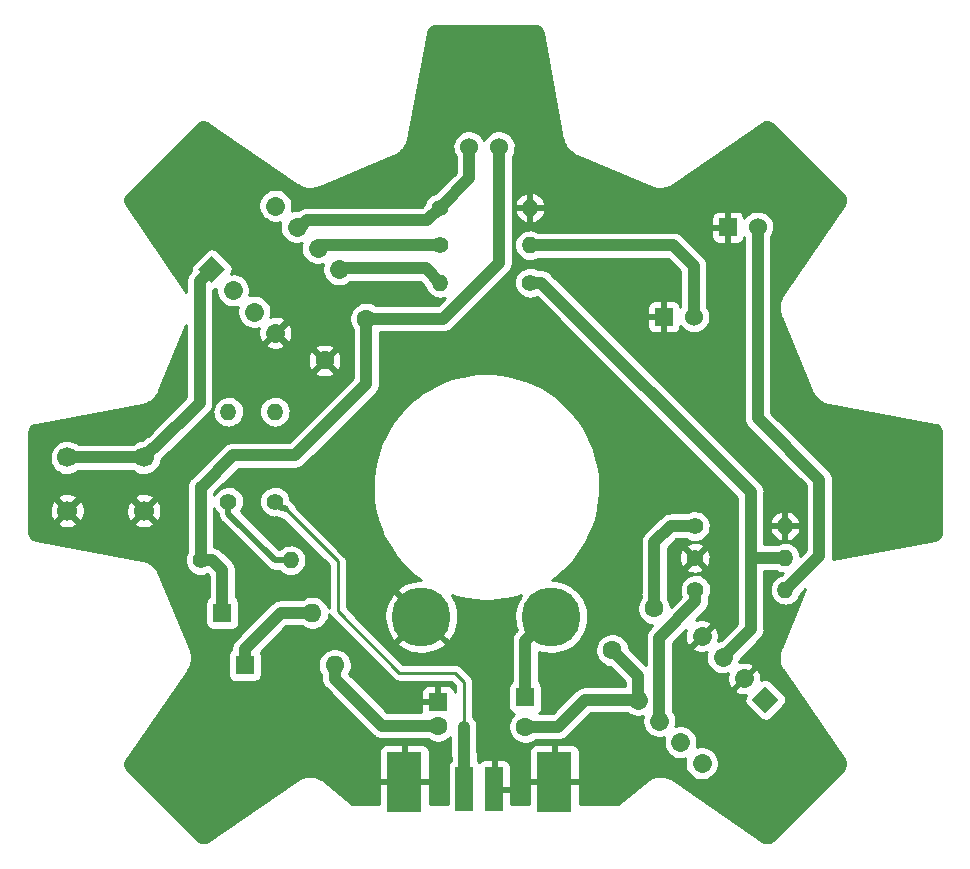
<source format=gbr>
G04 #@! TF.GenerationSoftware,KiCad,Pcbnew,5.99.0-unknown-d20d310~86~ubuntu18.04.1*
G04 #@! TF.CreationDate,2019-12-13T15:01:05+02:00*
G04 #@! TF.ProjectId,FOSDEM-MUSIC-BOX_RevA,464f5344-454d-42d4-9d55-5349432d424f,rev?*
G04 #@! TF.SameCoordinates,Original*
G04 #@! TF.FileFunction,Copper,L2,Bot*
G04 #@! TF.FilePolarity,Positive*
%FSLAX46Y46*%
G04 Gerber Fmt 4.6, Leading zero omitted, Abs format (unit mm)*
G04 Created by KiCad (PCBNEW 5.99.0-unknown-d20d310~86~ubuntu18.04.1) date 2019-12-13 15:01:05*
%MOMM*%
%LPD*%
G04 APERTURE LIST*
%ADD10O,1.400000X1.400000*%
%ADD11C,1.400000*%
%ADD12R,1.524000X1.524000*%
%ADD13C,1.524000*%
%ADD14C,5.000000*%
%ADD15R,1.600000X1.600000*%
%ADD16C,1.600000*%
%ADD17C,1.700000*%
%ADD18C,1.600000*%
%ADD19R,3.000000X5.080000*%
%ADD20R,1.524000X3.810000*%
%ADD21O,1.600000X1.600000*%
%ADD22C,1.016000*%
%ADD23C,0.508000*%
%ADD24C,0.250000*%
%ADD25C,0.254000*%
G04 APERTURE END LIST*
D10*
X215320000Y-78700000D03*
D11*
X207700000Y-78700000D03*
D12*
X210430000Y-48000000D03*
D13*
X212970000Y-48000000D03*
D12*
X205030000Y-55600000D03*
D13*
X207570000Y-55600000D03*
D14*
X184500000Y-81000000D03*
X195500000Y-81000000D03*
D15*
X193300000Y-87800000D03*
D16*
X193300000Y-90300000D03*
D15*
X185900000Y-88200000D03*
D16*
X185900000Y-90200000D03*
D17*
X154500000Y-67500000D03*
X161000000Y-67500000D03*
X154500000Y-72000000D03*
X161000000Y-72000000D03*
D10*
X193675000Y-46355000D03*
D11*
X186055000Y-46355000D03*
D10*
X193675000Y-49530000D03*
D11*
X186055000Y-49530000D03*
D10*
X168148000Y-63627000D03*
D11*
X168148000Y-71247000D03*
D10*
X173420000Y-76200000D03*
D11*
X165800000Y-76200000D03*
D10*
X215265000Y-73300000D03*
D11*
X207645000Y-73300000D03*
D10*
X172085000Y-63627000D03*
D11*
X172085000Y-71247000D03*
D10*
X186055000Y-52705000D03*
D11*
X193675000Y-52705000D03*
D10*
X215265000Y-76000000D03*
D11*
X207645000Y-76000000D03*
D18*
X172139154Y-46173846D02*
X172139154Y-46173846D01*
X172139154Y-56950154D02*
X172139154Y-56950154D01*
X173935205Y-47969898D02*
X173935205Y-47969898D01*
X170343102Y-55154102D02*
X170343102Y-55154102D01*
X175731256Y-49765949D02*
X175731256Y-49765949D01*
X168547051Y-53358051D02*
X168547051Y-53358051D01*
X177527307Y-51562000D02*
X177527307Y-51562000D01*
G04 #@! TA.AperFunction,ComponentPad*
G36*
X166751000Y-52693371D02*
G01*
X165619629Y-51562000D01*
X166751000Y-50430629D01*
X167882371Y-51562000D01*
X166751000Y-52693371D01*
G37*
G04 #@! TD.AperFunction*
X208225846Y-93399154D02*
X208225846Y-93399154D01*
X208225846Y-82622846D02*
X208225846Y-82622846D01*
X206429795Y-91603102D02*
X206429795Y-91603102D01*
X210021898Y-84418898D02*
X210021898Y-84418898D01*
X204633744Y-89807051D02*
X204633744Y-89807051D01*
X211817949Y-86214949D02*
X211817949Y-86214949D01*
X202837693Y-88011000D02*
X202837693Y-88011000D01*
G04 #@! TA.AperFunction,ComponentPad*
G36*
X213614000Y-86879629D02*
G01*
X214745371Y-88011000D01*
X213614000Y-89142371D01*
X212482629Y-88011000D01*
X213614000Y-86879629D01*
G37*
G04 #@! TD.AperFunction*
D19*
X183050000Y-94960000D03*
X195750000Y-94960000D03*
D20*
X188130000Y-95595000D03*
X190670000Y-95595000D03*
D13*
X191070000Y-41200000D03*
X188530000Y-41200000D03*
D21*
X175260000Y-80645000D03*
D15*
X167640000Y-80645000D03*
D21*
X177165000Y-85090000D03*
D15*
X169545000Y-85090000D03*
D16*
X176296466Y-59288534D03*
X179832000Y-55753000D03*
X204195534Y-80284466D03*
X200660000Y-83820000D03*
D22*
X207700000Y-78700000D02*
X207700000Y-79689949D01*
X207700000Y-79689949D02*
X204633744Y-82756205D01*
X204633744Y-82756205D02*
X204633744Y-88675681D01*
X204633744Y-88675681D02*
X204633744Y-89807051D01*
X218200000Y-69400000D02*
X212970000Y-64170000D01*
X212970000Y-64170000D02*
X212970000Y-48000000D01*
X218200000Y-75820000D02*
X218200000Y-69400000D01*
X215320000Y-78700000D02*
X218200000Y-75820000D01*
X212400000Y-76000000D02*
X212400000Y-82040796D01*
X212400000Y-70440051D02*
X212400000Y-76000000D01*
X214275051Y-76000000D02*
X212400000Y-76000000D01*
X215265000Y-76000000D02*
X214275051Y-76000000D01*
X194664949Y-52705000D02*
X212400000Y-70440051D01*
X212400000Y-82040796D02*
X212217000Y-82223796D01*
X193675000Y-52705000D02*
X194664949Y-52705000D01*
X212217000Y-82223796D02*
X210021898Y-84418898D01*
X204195534Y-79153096D02*
X204216000Y-79132630D01*
X204195534Y-80284466D02*
X204195534Y-79153096D01*
X204216000Y-79132630D02*
X204216000Y-74684000D01*
X204216000Y-74684000D02*
X205600000Y-73300000D01*
X205600000Y-73300000D02*
X207645000Y-73300000D01*
X205830000Y-49530000D02*
X207570000Y-51270000D01*
X193675000Y-49530000D02*
X205830000Y-49530000D01*
X207570000Y-51270000D02*
X207570000Y-55600000D01*
X165735000Y-52578000D02*
X165735000Y-62865000D01*
X166751000Y-51562000D02*
X165735000Y-52578000D01*
X165735000Y-62865000D02*
X161900000Y-66700000D01*
X161900000Y-66700000D02*
X161800000Y-66700000D01*
X161800000Y-66700000D02*
X161000000Y-67500000D01*
X193300000Y-83000000D02*
X195300000Y-81000000D01*
X193300000Y-87800000D02*
X193300000Y-83000000D01*
X195300000Y-81000000D02*
X195500000Y-81000000D01*
D23*
X172622999Y-71784999D02*
X172884999Y-71784999D01*
X172085000Y-71247000D02*
X172622999Y-71784999D01*
X172884999Y-71784999D02*
X173000000Y-71900000D01*
D24*
X177400000Y-80499000D02*
X177400000Y-76300000D01*
X177400000Y-76300000D02*
X173000000Y-71900000D01*
X187325000Y-85725000D02*
X182626000Y-85725000D01*
X182626000Y-85725000D02*
X177400000Y-80499000D01*
X188087000Y-90297000D02*
X188087000Y-86487000D01*
X188087000Y-86487000D02*
X187325000Y-85725000D01*
D23*
X168148000Y-72248000D02*
X172100000Y-76200000D01*
X168148000Y-71247000D02*
X168148000Y-72248000D01*
X172100000Y-76200000D02*
X173420000Y-76200000D01*
D22*
X179832000Y-61268000D02*
X173790000Y-67310000D01*
X179832000Y-55753000D02*
X179832000Y-61268000D01*
X173790000Y-67310000D02*
X168546000Y-67310000D01*
X168546000Y-67310000D02*
X165807000Y-70049000D01*
X165807000Y-70049000D02*
X165800000Y-70042000D01*
X165800000Y-70042000D02*
X165800000Y-76200000D01*
X188530000Y-43870000D02*
X186055000Y-46345000D01*
X188530000Y-41200000D02*
X188530000Y-43870000D01*
X186055000Y-46345000D02*
X186055000Y-46355000D01*
X174280102Y-47969898D02*
X174850000Y-47400000D01*
X173935205Y-47969898D02*
X174280102Y-47969898D01*
X174850000Y-47400000D02*
X185010000Y-47400000D01*
X185010000Y-47400000D02*
X186055000Y-46355000D01*
X175967205Y-49530000D02*
X175731256Y-49765949D01*
X186055000Y-49530000D02*
X175967205Y-49530000D01*
X184850000Y-51500000D02*
X177589307Y-51500000D01*
X186055000Y-52705000D02*
X184850000Y-51500000D01*
X177589307Y-51500000D02*
X177527307Y-51562000D01*
X165800000Y-76200000D02*
X166789949Y-76200000D01*
X166789949Y-76200000D02*
X167640000Y-77050051D01*
X167640000Y-77050051D02*
X167640000Y-77470000D01*
X191070000Y-51030000D02*
X186347000Y-55753000D01*
X186347000Y-55753000D02*
X179832000Y-55753000D01*
X191070000Y-41200000D02*
X191070000Y-51030000D01*
X193300000Y-90300000D02*
X196085000Y-90300000D01*
X198374000Y-88011000D02*
X202837693Y-88011000D01*
X196085000Y-90300000D02*
X198374000Y-88011000D01*
X202837693Y-85997693D02*
X202837693Y-88011000D01*
X200660000Y-83820000D02*
X202837693Y-85997693D01*
X172593000Y-80645000D02*
X175260000Y-80645000D01*
X169545000Y-85090000D02*
X169545000Y-83693000D01*
X169545000Y-83693000D02*
X172593000Y-80645000D01*
X181143630Y-90200000D02*
X184084000Y-90200000D01*
X184084000Y-90200000D02*
X185900000Y-90200000D01*
X177165000Y-86221370D02*
X181143630Y-90200000D01*
X177165000Y-85090000D02*
X177165000Y-86221370D01*
X167640000Y-80645000D02*
X167640000Y-77470000D01*
X188087000Y-92631000D02*
X188087000Y-90297000D01*
X188130000Y-95595000D02*
X188130000Y-92674000D01*
X188130000Y-92674000D02*
X188087000Y-92631000D01*
X154500000Y-67500000D02*
X161000000Y-67500000D01*
G36*
X194076853Y-30985139D02*
G01*
X194092799Y-30986659D01*
X194257710Y-31001376D01*
X194362013Y-31029911D01*
X194459615Y-31076465D01*
X194547434Y-31139569D01*
X194622686Y-31217225D01*
X194683003Y-31306985D01*
X194729739Y-31413452D01*
X194760495Y-31528641D01*
X194765360Y-31540048D01*
X196441153Y-40508657D01*
X196447682Y-40567458D01*
X196451785Y-40582942D01*
X196501723Y-40766934D01*
X196516313Y-40800754D01*
X196526098Y-40836680D01*
X196532546Y-40851343D01*
X196631168Y-41071976D01*
X196654079Y-41108309D01*
X196672560Y-41147520D01*
X196681456Y-41160840D01*
X196816895Y-41360996D01*
X196845762Y-41392792D01*
X196870774Y-41428203D01*
X196881849Y-41439777D01*
X197049983Y-41613369D01*
X197083940Y-41639676D01*
X197114717Y-41670201D01*
X197127632Y-41679675D01*
X197323359Y-41821435D01*
X197361358Y-41841441D01*
X197396978Y-41866163D01*
X197411342Y-41873250D01*
X197628708Y-41978868D01*
X197682055Y-41995960D01*
X203907172Y-44574489D01*
X203947629Y-44596947D01*
X203962629Y-44602567D01*
X204141580Y-44668354D01*
X204177613Y-44676036D01*
X204212566Y-44688851D01*
X204228255Y-44692080D01*
X204465255Y-44739374D01*
X204508148Y-44741723D01*
X204550806Y-44749348D01*
X204566817Y-44749806D01*
X204808431Y-44755226D01*
X204851076Y-44750092D01*
X204894429Y-44750194D01*
X204910276Y-44747861D01*
X205149152Y-44711244D01*
X205190258Y-44698783D01*
X205232961Y-44691357D01*
X205248165Y-44686309D01*
X205477057Y-44608767D01*
X205515378Y-44589355D01*
X205556143Y-44574626D01*
X205570237Y-44567016D01*
X205782188Y-44450903D01*
X205837579Y-44409367D01*
X213362194Y-39254023D01*
X213362838Y-39253792D01*
X213376951Y-39246209D01*
X213522319Y-39166952D01*
X213624928Y-39132817D01*
X213731965Y-39117393D01*
X213840032Y-39121167D01*
X213945725Y-39144019D01*
X214045704Y-39185226D01*
X214143665Y-39247876D01*
X214233168Y-39326643D01*
X214246906Y-39335633D01*
X220155870Y-45244598D01*
X220158309Y-45248649D01*
X220168510Y-45261000D01*
X220274713Y-45388018D01*
X220328290Y-45481949D01*
X220364387Y-45583885D01*
X220381863Y-45690602D01*
X220380165Y-45798719D01*
X220359344Y-45904842D01*
X220317106Y-46013177D01*
X220257404Y-46116375D01*
X220252782Y-46127873D01*
X215095988Y-53654598D01*
X215059019Y-53700801D01*
X215050971Y-53714651D01*
X214956180Y-53880066D01*
X214942581Y-53914298D01*
X214924097Y-53946620D01*
X214918287Y-53961547D01*
X214832013Y-54187299D01*
X214822524Y-54229187D01*
X214807867Y-54269976D01*
X214804737Y-54285687D01*
X214758975Y-54522989D01*
X214756903Y-54565889D01*
X214749552Y-54608603D01*
X214749197Y-54624617D01*
X214745338Y-54866267D01*
X214750748Y-54908882D01*
X214750925Y-54952219D01*
X214753358Y-54968051D01*
X214791518Y-55206695D01*
X214804244Y-55247718D01*
X214811946Y-55290372D01*
X214817091Y-55305542D01*
X214896110Y-55533932D01*
X214921748Y-55583745D01*
X217500270Y-61808848D01*
X217513003Y-61853351D01*
X217519637Y-61867930D01*
X217599652Y-62040979D01*
X217619698Y-62071888D01*
X217635354Y-62105669D01*
X217644165Y-62119048D01*
X217778307Y-62320071D01*
X217806971Y-62352057D01*
X217831748Y-62387620D01*
X217842747Y-62399265D01*
X218009761Y-62573944D01*
X218043545Y-62600467D01*
X218074127Y-62631194D01*
X218086982Y-62640751D01*
X218281786Y-62783770D01*
X218319661Y-62804023D01*
X218355109Y-62828969D01*
X218369428Y-62836150D01*
X218586114Y-62943172D01*
X218626928Y-62956539D01*
X218666171Y-62974951D01*
X218681520Y-62979537D01*
X218913498Y-63047306D01*
X218982041Y-63057104D01*
X227948127Y-64732431D01*
X227948750Y-64732725D01*
X227964085Y-64737340D01*
X228122920Y-64784088D01*
X228219608Y-64832506D01*
X228306198Y-64897283D01*
X228379950Y-64976373D01*
X228438527Y-65067265D01*
X228480084Y-65167098D01*
X228505055Y-65280675D01*
X228512644Y-65399653D01*
X228516000Y-65415716D01*
X228516001Y-73772263D01*
X228514861Y-73776853D01*
X228513341Y-73792800D01*
X228498624Y-73957708D01*
X228470088Y-74062012D01*
X228423534Y-74159617D01*
X228360431Y-74247434D01*
X228282775Y-74322687D01*
X228193016Y-74383002D01*
X228086548Y-74429739D01*
X227971358Y-74460496D01*
X227959954Y-74465360D01*
X219317594Y-76080194D01*
X219326838Y-76007008D01*
X219348111Y-75892234D01*
X219342000Y-75786250D01*
X219342000Y-69439604D01*
X219348804Y-69339794D01*
X219330185Y-69233107D01*
X219317175Y-69125595D01*
X219306483Y-69097301D01*
X219301282Y-69067502D01*
X219257751Y-68968333D01*
X219219472Y-68867033D01*
X219202340Y-68842105D01*
X219190047Y-68814101D01*
X219129031Y-68735440D01*
X219062914Y-68639239D01*
X218983640Y-68568609D01*
X214112000Y-63696970D01*
X214112000Y-48803932D01*
X214201780Y-48668802D01*
X214300747Y-48440102D01*
X214358031Y-48195872D01*
X214366380Y-47877041D01*
X214321956Y-47630147D01*
X214235094Y-47396581D01*
X214108244Y-47182089D01*
X213945414Y-46993449D01*
X213751754Y-46836627D01*
X213533384Y-46716576D01*
X213297205Y-46637093D01*
X213050684Y-46600690D01*
X212801612Y-46608517D01*
X212557863Y-46660328D01*
X212327141Y-46754484D01*
X212116739Y-46888009D01*
X211933308Y-47056683D01*
X211827167Y-47196518D01*
X211753205Y-46920489D01*
X211605815Y-46744835D01*
X211412186Y-46633044D01*
X211203024Y-46596163D01*
X210558000Y-46596163D01*
X210558000Y-49403837D01*
X211208588Y-49403837D01*
X211509512Y-49323205D01*
X211685165Y-49175815D01*
X211796956Y-48982186D01*
X211828001Y-48806122D01*
X211828000Y-64130396D01*
X211821196Y-64230205D01*
X211839815Y-64336892D01*
X211852825Y-64444404D01*
X211863517Y-64472698D01*
X211868718Y-64502497D01*
X211912240Y-64601643D01*
X211950528Y-64702967D01*
X211967663Y-64727899D01*
X211979953Y-64755897D01*
X212040963Y-64834552D01*
X212107087Y-64930761D01*
X212186368Y-65001398D01*
X217058001Y-69873032D01*
X217058000Y-75346969D01*
X216587636Y-75817333D01*
X216556911Y-75646573D01*
X216473907Y-75423381D01*
X216352690Y-75218415D01*
X216197094Y-75038154D01*
X216012034Y-74888296D01*
X215803362Y-74773577D01*
X215577673Y-74697624D01*
X215342100Y-74662838D01*
X215104090Y-74670317D01*
X214871168Y-74719827D01*
X214650692Y-74809801D01*
X214574744Y-74858000D01*
X213542000Y-74858000D01*
X213542000Y-73428000D01*
X213922707Y-73428000D01*
X213997829Y-73733850D01*
X214094684Y-73951389D01*
X214228532Y-74148339D01*
X214395140Y-74318475D01*
X214589245Y-74456417D01*
X214804708Y-74557807D01*
X215137000Y-74646844D01*
X215137000Y-73428000D01*
X215393000Y-73428000D01*
X215393000Y-74649366D01*
X215738438Y-74552917D01*
X215952828Y-74449277D01*
X216145477Y-74309309D01*
X216310295Y-74137440D01*
X216442072Y-73939098D01*
X216536644Y-73720556D01*
X216605262Y-73428000D01*
X215393000Y-73428000D01*
X215137000Y-73428000D01*
X213922707Y-73428000D01*
X213542000Y-73428000D01*
X213542000Y-73172000D01*
X213910086Y-73172000D01*
X215137000Y-73172000D01*
X215393000Y-73172000D01*
X216597473Y-73172000D01*
X216556911Y-72946573D01*
X216473907Y-72723381D01*
X216352690Y-72518415D01*
X216197094Y-72338154D01*
X216012034Y-72188296D01*
X215803362Y-72073577D01*
X215577672Y-71997624D01*
X215393000Y-71970356D01*
X215393000Y-73172000D01*
X215137000Y-73172000D01*
X215137000Y-71963323D01*
X214871168Y-72019827D01*
X214650693Y-72109801D01*
X214449635Y-72237396D01*
X214274351Y-72398578D01*
X214130379Y-72588254D01*
X214022272Y-72800427D01*
X213910086Y-73172000D01*
X213542000Y-73172000D01*
X213542000Y-70479655D01*
X213548804Y-70379845D01*
X213530185Y-70273156D01*
X213517175Y-70165647D01*
X213506482Y-70137347D01*
X213501282Y-70107554D01*
X213457753Y-70008390D01*
X213419473Y-69907085D01*
X213402340Y-69882156D01*
X213390047Y-69854152D01*
X213329028Y-69775486D01*
X213262913Y-69679290D01*
X213183641Y-69608661D01*
X199302980Y-55728000D01*
X203626163Y-55728000D01*
X203626163Y-56378588D01*
X203706795Y-56679512D01*
X203854185Y-56855165D01*
X204047814Y-56966956D01*
X204256976Y-57003837D01*
X204902000Y-57003837D01*
X204902000Y-55728000D01*
X203626163Y-55728000D01*
X199302980Y-55728000D01*
X198401956Y-54826976D01*
X203626163Y-54826976D01*
X203626163Y-55472000D01*
X204902000Y-55472000D01*
X204902000Y-54196163D01*
X204251412Y-54196163D01*
X203950489Y-54276795D01*
X203774835Y-54424185D01*
X203663044Y-54617814D01*
X203626163Y-54826976D01*
X198401956Y-54826976D01*
X195500483Y-51925504D01*
X195434705Y-51850101D01*
X195346078Y-51787812D01*
X195260877Y-51721006D01*
X195233318Y-51708563D01*
X195208563Y-51691165D01*
X195107657Y-51651823D01*
X195008960Y-51607260D01*
X194979218Y-51601748D01*
X194950726Y-51590639D01*
X194851956Y-51578161D01*
X194737181Y-51556889D01*
X194631199Y-51563000D01*
X194366927Y-51563000D01*
X194213362Y-51478577D01*
X193987673Y-51402624D01*
X193752100Y-51367838D01*
X193514090Y-51375317D01*
X193281168Y-51424827D01*
X193060693Y-51514801D01*
X192859635Y-51642396D01*
X192684351Y-51803578D01*
X192540379Y-51993254D01*
X192432272Y-52205427D01*
X192363445Y-52433390D01*
X192336077Y-52669939D01*
X192351029Y-52907596D01*
X192407829Y-53138850D01*
X192504684Y-53356389D01*
X192638532Y-53553339D01*
X192805140Y-53723475D01*
X192999245Y-53861417D01*
X193214708Y-53962807D01*
X193444721Y-54024438D01*
X193682013Y-54044364D01*
X193919083Y-54021955D01*
X194148438Y-53957917D01*
X194252521Y-53907602D01*
X211258000Y-70913082D01*
X211258001Y-75933081D01*
X211258000Y-75933089D01*
X211258000Y-75987609D01*
X211257243Y-76132223D01*
X211258000Y-76135376D01*
X211258001Y-81567764D01*
X209828972Y-82996794D01*
X209649334Y-83028469D01*
X209597356Y-83047388D01*
X209616275Y-82995410D01*
X209659846Y-82748305D01*
X209659846Y-82497387D01*
X209616275Y-82250282D01*
X209530455Y-82014497D01*
X209341864Y-81687847D01*
X207290847Y-83738864D01*
X207617497Y-83927455D01*
X207853282Y-84013275D01*
X208100387Y-84056846D01*
X208351305Y-84056846D01*
X208598410Y-84013275D01*
X208650388Y-83994356D01*
X208631469Y-84046334D01*
X208587898Y-84293439D01*
X208587898Y-84544357D01*
X208631469Y-84791462D01*
X208717289Y-85027247D01*
X208842748Y-85244549D01*
X209004034Y-85436762D01*
X209196247Y-85598048D01*
X209413549Y-85723507D01*
X209649334Y-85809327D01*
X209896439Y-85852898D01*
X210147357Y-85852898D01*
X210394462Y-85809327D01*
X210446438Y-85790409D01*
X210427520Y-85842385D01*
X210383949Y-86089490D01*
X210383949Y-86340408D01*
X210427520Y-86587513D01*
X210513340Y-86823298D01*
X210701931Y-87149948D01*
X212752948Y-85098931D01*
X212426298Y-84910340D01*
X212190513Y-84824520D01*
X211943408Y-84780949D01*
X211692490Y-84780949D01*
X211445385Y-84824520D01*
X211393409Y-84843438D01*
X211412327Y-84791462D01*
X211444002Y-84611824D01*
X213073052Y-82982776D01*
X213073060Y-82982766D01*
X213179488Y-82876338D01*
X213254899Y-82810552D01*
X213317188Y-82721925D01*
X213383994Y-82636724D01*
X213396437Y-82609165D01*
X213413835Y-82584410D01*
X213453181Y-82483494D01*
X213497740Y-82384806D01*
X213503250Y-82355072D01*
X213514361Y-82326573D01*
X213526838Y-82227804D01*
X213548111Y-82113029D01*
X213542000Y-82007052D01*
X213542000Y-77142000D01*
X214568958Y-77142000D01*
X214589245Y-77156417D01*
X214804708Y-77257807D01*
X215034721Y-77319438D01*
X215081596Y-77323374D01*
X215001062Y-77403908D01*
X214926168Y-77419827D01*
X214705693Y-77509801D01*
X214504635Y-77637396D01*
X214329351Y-77798578D01*
X214185379Y-77988254D01*
X214077272Y-78200427D01*
X214008445Y-78428390D01*
X213981077Y-78664939D01*
X213996029Y-78902596D01*
X214052829Y-79133850D01*
X214149684Y-79351389D01*
X214283532Y-79548339D01*
X214450140Y-79718475D01*
X214644245Y-79856417D01*
X214859708Y-79957807D01*
X215089721Y-80019438D01*
X215327013Y-80039364D01*
X215564083Y-80016955D01*
X215793438Y-79952917D01*
X216007828Y-79849277D01*
X216200477Y-79709309D01*
X216365295Y-79537440D01*
X216497072Y-79339098D01*
X216591644Y-79120556D01*
X216615290Y-79019741D01*
X216974460Y-78660571D01*
X214925512Y-83607170D01*
X214903053Y-83647629D01*
X214897433Y-83662629D01*
X214831646Y-83841580D01*
X214823964Y-83877612D01*
X214811148Y-83912568D01*
X214807919Y-83928257D01*
X214760627Y-84165254D01*
X214758278Y-84208142D01*
X214750652Y-84250806D01*
X214750194Y-84266819D01*
X214744774Y-84508431D01*
X214749908Y-84551076D01*
X214749806Y-84594429D01*
X214752139Y-84610276D01*
X214788756Y-84849152D01*
X214801217Y-84890258D01*
X214808643Y-84932961D01*
X214813691Y-84948165D01*
X214891233Y-85177057D01*
X214910645Y-85215378D01*
X214925374Y-85256143D01*
X214932984Y-85270237D01*
X215049097Y-85482188D01*
X215090633Y-85537579D01*
X220245977Y-93062194D01*
X220246208Y-93062838D01*
X220253791Y-93076951D01*
X220333048Y-93222319D01*
X220367183Y-93324928D01*
X220382607Y-93431965D01*
X220378833Y-93540032D01*
X220355982Y-93645722D01*
X220314771Y-93745709D01*
X220252124Y-93843666D01*
X220173357Y-93933168D01*
X220164370Y-93946901D01*
X214255403Y-99855869D01*
X214251345Y-99858312D01*
X214238995Y-99868514D01*
X214111982Y-99974713D01*
X214018051Y-100028290D01*
X213916115Y-100064387D01*
X213809398Y-100081863D01*
X213701281Y-100080165D01*
X213595158Y-100059344D01*
X213486823Y-100017106D01*
X213383625Y-99957404D01*
X213372127Y-99952782D01*
X205845397Y-94795985D01*
X205799203Y-94759023D01*
X205785353Y-94750973D01*
X205619936Y-94656180D01*
X205585697Y-94642579D01*
X205553380Y-94624097D01*
X205538453Y-94618287D01*
X205312701Y-94532013D01*
X205270813Y-94522524D01*
X205230024Y-94507867D01*
X205214313Y-94504737D01*
X204977011Y-94458975D01*
X204934111Y-94456903D01*
X204891397Y-94449552D01*
X204875383Y-94449197D01*
X204633733Y-94445338D01*
X204591118Y-94450748D01*
X204547783Y-94450925D01*
X204531950Y-94453357D01*
X204293305Y-94491518D01*
X204252282Y-94504244D01*
X204209628Y-94511946D01*
X204194458Y-94517091D01*
X203966069Y-94596110D01*
X203959458Y-94599512D01*
X203943066Y-94603559D01*
X203884308Y-94638192D01*
X203812659Y-94675070D01*
X203764592Y-94720740D01*
X201183355Y-96812201D01*
X201108321Y-96838162D01*
X200977757Y-96859039D01*
X200877863Y-96861097D01*
X200848018Y-96866000D01*
X197891837Y-96866000D01*
X197891837Y-95088000D01*
X195878000Y-95088000D01*
X195878000Y-96866000D01*
X195622000Y-96866000D01*
X195622000Y-95088000D01*
X193608163Y-95088000D01*
X193608163Y-96866000D01*
X192073837Y-96866000D01*
X192073837Y-95723000D01*
X190798000Y-95723000D01*
X190798000Y-96866000D01*
X190542000Y-96866000D01*
X190542000Y-93048163D01*
X190798000Y-93048163D01*
X190798000Y-95467000D01*
X192073837Y-95467000D01*
X192073837Y-93673412D01*
X191993205Y-93372489D01*
X191845815Y-93196835D01*
X191652186Y-93085044D01*
X191443024Y-93048163D01*
X190798000Y-93048163D01*
X190542000Y-93048163D01*
X189891412Y-93048163D01*
X189590489Y-93128795D01*
X189414835Y-93276185D01*
X189397537Y-93306146D01*
X189305815Y-93196835D01*
X189272000Y-93177312D01*
X189272000Y-92713599D01*
X189278804Y-92613795D01*
X189260184Y-92507104D01*
X189248310Y-92408976D01*
X193608163Y-92408976D01*
X193608163Y-94832000D01*
X195622000Y-94832000D01*
X195622000Y-91778163D01*
X195878000Y-91778163D01*
X195878000Y-94832000D01*
X197891837Y-94832000D01*
X197891837Y-92403412D01*
X197811205Y-92102489D01*
X197663815Y-91926835D01*
X197470186Y-91815044D01*
X197261024Y-91778163D01*
X195878000Y-91778163D01*
X195622000Y-91778163D01*
X194233412Y-91778163D01*
X193932489Y-91858795D01*
X193756835Y-92006185D01*
X193645044Y-92199814D01*
X193608163Y-92408976D01*
X189248310Y-92408976D01*
X189247174Y-92399594D01*
X189236482Y-92371301D01*
X189231283Y-92341504D01*
X189229000Y-92336303D01*
X189229000Y-90227741D01*
X189204175Y-90022596D01*
X189106472Y-89764033D01*
X188949913Y-89536239D01*
X188846000Y-89443656D01*
X188846000Y-86366786D01*
X188827310Y-86309265D01*
X188817850Y-86249533D01*
X188790392Y-86195642D01*
X188771703Y-86138125D01*
X188736153Y-86089195D01*
X188708698Y-86035310D01*
X188665257Y-85991869D01*
X188665251Y-85991862D01*
X187947046Y-85273659D01*
X187947045Y-85273657D01*
X187776690Y-85103303D01*
X187722801Y-85075844D01*
X187673873Y-85040296D01*
X187616359Y-85021610D01*
X187562468Y-84994150D01*
X187502726Y-84984688D01*
X187445213Y-84966001D01*
X187385250Y-84966001D01*
X187385244Y-84966000D01*
X182940387Y-84966000D01*
X181283735Y-83309348D01*
X182371672Y-83309348D01*
X182668086Y-83549379D01*
X182973244Y-83743038D01*
X183298640Y-83900341D01*
X183639958Y-84019201D01*
X183992676Y-84098042D01*
X184352119Y-84135821D01*
X184713521Y-84132037D01*
X185072093Y-84086738D01*
X185423083Y-84000527D01*
X185761837Y-83874545D01*
X186083867Y-83710463D01*
X186384903Y-83510455D01*
X186625833Y-83306853D01*
X184500000Y-81181019D01*
X182371672Y-83309348D01*
X181283735Y-83309348D01*
X179056565Y-81082178D01*
X181361770Y-81082178D01*
X181392013Y-81442332D01*
X181463450Y-81796624D01*
X181575136Y-82140357D01*
X181725589Y-82468975D01*
X181912816Y-82778123D01*
X182187167Y-83131813D01*
X184318981Y-81000000D01*
X182194658Y-78875678D01*
X182029569Y-79062935D01*
X181823301Y-79359717D01*
X181652511Y-79678239D01*
X181519463Y-80014281D01*
X181425920Y-80363388D01*
X181373122Y-80720934D01*
X181361770Y-81082178D01*
X179056565Y-81082178D01*
X178159000Y-80184614D01*
X178159000Y-76179786D01*
X178140310Y-76122265D01*
X178130850Y-76062533D01*
X178103392Y-76008642D01*
X178084703Y-75951125D01*
X178049153Y-75902195D01*
X178021698Y-75848310D01*
X177978257Y-75804869D01*
X177978251Y-75804862D01*
X173871147Y-71697761D01*
X173791977Y-71478458D01*
X173671601Y-71315780D01*
X173583258Y-71227438D01*
X173568191Y-71203558D01*
X173492755Y-71136935D01*
X173467876Y-71112055D01*
X173446136Y-71095762D01*
X173407085Y-71061273D01*
X173376911Y-70893573D01*
X173293907Y-70670381D01*
X173172690Y-70465415D01*
X173017094Y-70285154D01*
X172832034Y-70135296D01*
X172623362Y-70020577D01*
X172397673Y-69944624D01*
X172162100Y-69909838D01*
X171924090Y-69917317D01*
X171691168Y-69966827D01*
X171470693Y-70056801D01*
X171269635Y-70184396D01*
X171094351Y-70345578D01*
X170950379Y-70535254D01*
X170842272Y-70747427D01*
X170773445Y-70975390D01*
X170746077Y-71211939D01*
X170761029Y-71449596D01*
X170817829Y-71680850D01*
X170914684Y-71898389D01*
X171048532Y-72095339D01*
X171215140Y-72265475D01*
X171409245Y-72403417D01*
X171624708Y-72504807D01*
X171854721Y-72566438D01*
X172092013Y-72586364D01*
X172202813Y-72575890D01*
X172277860Y-72604023D01*
X172361062Y-72643087D01*
X172395982Y-72648305D01*
X172430355Y-72661191D01*
X172533480Y-72668855D01*
X172547989Y-72671023D01*
X172569182Y-72686906D01*
X172800078Y-72773464D01*
X176641001Y-76614389D01*
X176641000Y-80246531D01*
X176564609Y-80036651D01*
X176439150Y-79819349D01*
X176277864Y-79627136D01*
X176085651Y-79465850D01*
X175868349Y-79340391D01*
X175632564Y-79254571D01*
X175385459Y-79211000D01*
X175134541Y-79211000D01*
X174887436Y-79254571D01*
X174651651Y-79340391D01*
X174434349Y-79465850D01*
X174390076Y-79503000D01*
X172632604Y-79503000D01*
X172532794Y-79496196D01*
X172426107Y-79514815D01*
X172318595Y-79527825D01*
X172290301Y-79538517D01*
X172260502Y-79543718D01*
X172161333Y-79587249D01*
X172060033Y-79625528D01*
X172035105Y-79642660D01*
X172007101Y-79654953D01*
X171928440Y-79715969D01*
X171832239Y-79782086D01*
X171761609Y-79861360D01*
X168765505Y-82857465D01*
X168690102Y-82923244D01*
X168627831Y-83011846D01*
X168561006Y-83097072D01*
X168548559Y-83124638D01*
X168531166Y-83149386D01*
X168491830Y-83250276D01*
X168447260Y-83348989D01*
X168441747Y-83378736D01*
X168430639Y-83407224D01*
X168418163Y-83505985D01*
X168396889Y-83620768D01*
X168403001Y-83726766D01*
X168403001Y-83749343D01*
X168251835Y-83876185D01*
X168140044Y-84069814D01*
X168103163Y-84278976D01*
X168103163Y-85906588D01*
X168183795Y-86207512D01*
X168331185Y-86383165D01*
X168524814Y-86494956D01*
X168733976Y-86531837D01*
X170361588Y-86531837D01*
X170662512Y-86451205D01*
X170838165Y-86303815D01*
X170949956Y-86110186D01*
X170986837Y-85901024D01*
X170986837Y-84273412D01*
X170906205Y-83972489D01*
X170894496Y-83958534D01*
X173066031Y-81787000D01*
X174390076Y-81787000D01*
X174434349Y-81824150D01*
X174651651Y-81949609D01*
X174887436Y-82035429D01*
X175134541Y-82079000D01*
X175385459Y-82079000D01*
X175632564Y-82035429D01*
X175868349Y-81949609D01*
X176085651Y-81824150D01*
X176277864Y-81662864D01*
X176439150Y-81470651D01*
X176564609Y-81253349D01*
X176650429Y-81017564D01*
X176692064Y-80781437D01*
X176696609Y-80790357D01*
X176715297Y-80847874D01*
X176750846Y-80896803D01*
X176778302Y-80950689D01*
X176948657Y-81121045D01*
X176948661Y-81121047D01*
X182018414Y-86190801D01*
X182174310Y-86346698D01*
X182228196Y-86374154D01*
X182277125Y-86409703D01*
X182334642Y-86428391D01*
X182388532Y-86455850D01*
X182448275Y-86465312D01*
X182505786Y-86483999D01*
X182565750Y-86483999D01*
X182565756Y-86484000D01*
X187010613Y-86484000D01*
X187328001Y-86801388D01*
X187328001Y-87331775D01*
X187261205Y-87082489D01*
X187113815Y-86906835D01*
X186920186Y-86795044D01*
X186711024Y-86758163D01*
X186028000Y-86758163D01*
X186028000Y-88328000D01*
X184458163Y-88328000D01*
X184458163Y-89016588D01*
X184469259Y-89058000D01*
X181616661Y-89058000D01*
X179947637Y-87388976D01*
X184458163Y-87388976D01*
X184458163Y-88072000D01*
X185772000Y-88072000D01*
X185772000Y-86758163D01*
X185083412Y-86758163D01*
X184782489Y-86838795D01*
X184606835Y-86986185D01*
X184495044Y-87179814D01*
X184458163Y-87388976D01*
X179947637Y-87388976D01*
X178391792Y-85833132D01*
X178469609Y-85698349D01*
X178555429Y-85462564D01*
X178599000Y-85215459D01*
X178599000Y-84964541D01*
X178555429Y-84717436D01*
X178469609Y-84481651D01*
X178344150Y-84264349D01*
X178182864Y-84072136D01*
X177990651Y-83910850D01*
X177773349Y-83785391D01*
X177537564Y-83699571D01*
X177290459Y-83656000D01*
X177039541Y-83656000D01*
X176792436Y-83699571D01*
X176556651Y-83785391D01*
X176339349Y-83910850D01*
X176147136Y-84072136D01*
X175985850Y-84264349D01*
X175860391Y-84481651D01*
X175774571Y-84717436D01*
X175731000Y-84964541D01*
X175731000Y-85215459D01*
X175774571Y-85462564D01*
X175860391Y-85698349D01*
X175985850Y-85915651D01*
X176023001Y-85959926D01*
X176023001Y-86181753D01*
X176016196Y-86281575D01*
X176034818Y-86388283D01*
X176047827Y-86495776D01*
X176058517Y-86524064D01*
X176063717Y-86553866D01*
X176107251Y-86653036D01*
X176145528Y-86754337D01*
X176162663Y-86779268D01*
X176174954Y-86807268D01*
X176235966Y-86885925D01*
X176302088Y-86982131D01*
X176381360Y-87052760D01*
X180308095Y-90979496D01*
X180373874Y-91054899D01*
X180462484Y-91117176D01*
X180547701Y-91183994D01*
X180575267Y-91196442D01*
X180600017Y-91213836D01*
X180700908Y-91253171D01*
X180799619Y-91297740D01*
X180829361Y-91303252D01*
X180857853Y-91314361D01*
X180956623Y-91326839D01*
X181071398Y-91348111D01*
X181177380Y-91342000D01*
X185030076Y-91342000D01*
X185074349Y-91379150D01*
X185291651Y-91504609D01*
X185527436Y-91590429D01*
X185774541Y-91634000D01*
X186025459Y-91634000D01*
X186272564Y-91590429D01*
X186508349Y-91504609D01*
X186725651Y-91379150D01*
X186917864Y-91217864D01*
X186945001Y-91185524D01*
X186945000Y-92591396D01*
X186938196Y-92691205D01*
X186956815Y-92797892D01*
X186969825Y-92905404D01*
X186980517Y-92933697D01*
X186985718Y-92963498D01*
X186988001Y-92968699D01*
X186988001Y-93181228D01*
X186874835Y-93276185D01*
X186763044Y-93469814D01*
X186726163Y-93678976D01*
X186726163Y-96866000D01*
X185191837Y-96866000D01*
X185191837Y-95088000D01*
X183178000Y-95088000D01*
X183178000Y-96866000D01*
X182922000Y-96866000D01*
X182922000Y-95088000D01*
X180908163Y-95088000D01*
X180908163Y-96866000D01*
X178967524Y-96866000D01*
X178952874Y-96862853D01*
X178936888Y-96861841D01*
X178760410Y-96851746D01*
X178631723Y-96821387D01*
X178624556Y-96818610D01*
X176043085Y-94726961D01*
X176003627Y-94687029D01*
X175933026Y-94647826D01*
X175863786Y-94606442D01*
X175853847Y-94603859D01*
X175852447Y-94603082D01*
X175837445Y-94597461D01*
X175658839Y-94531773D01*
X175622858Y-94524097D01*
X175587938Y-94511284D01*
X175572249Y-94508050D01*
X175335261Y-94460695D01*
X175292374Y-94458334D01*
X175249703Y-94450695D01*
X175233691Y-94450235D01*
X174992082Y-94444753D01*
X174949441Y-94449875D01*
X174906093Y-94449762D01*
X174890245Y-94452089D01*
X174651355Y-94488643D01*
X174610249Y-94501094D01*
X174567539Y-94508509D01*
X174552335Y-94513553D01*
X174323420Y-94591037D01*
X174285098Y-94610437D01*
X174244334Y-94625153D01*
X174230237Y-94632758D01*
X174018251Y-94748817D01*
X173962850Y-94790338D01*
X166437807Y-99945977D01*
X166437155Y-99946211D01*
X166423045Y-99953794D01*
X166277680Y-100033049D01*
X166175070Y-100067183D01*
X166068034Y-100082607D01*
X165959968Y-100078833D01*
X165854278Y-100055982D01*
X165754291Y-100014771D01*
X165656334Y-99952124D01*
X165566832Y-99873357D01*
X165553099Y-99864370D01*
X159644131Y-93955403D01*
X159641688Y-93951345D01*
X159631486Y-93938995D01*
X159525287Y-93811982D01*
X159471710Y-93718051D01*
X159435613Y-93616115D01*
X159418137Y-93509398D01*
X159419835Y-93401281D01*
X159440656Y-93295161D01*
X159482894Y-93186822D01*
X159542595Y-93083625D01*
X159547219Y-93072122D01*
X160001561Y-92408976D01*
X180908163Y-92408976D01*
X180908163Y-94832000D01*
X182922000Y-94832000D01*
X182922000Y-91778163D01*
X183178000Y-91778163D01*
X183178000Y-94832000D01*
X185191837Y-94832000D01*
X185191837Y-92403412D01*
X185111205Y-92102489D01*
X184963815Y-91926835D01*
X184770186Y-91815044D01*
X184561024Y-91778163D01*
X183178000Y-91778163D01*
X182922000Y-91778163D01*
X181533412Y-91778163D01*
X181232489Y-91858795D01*
X181056835Y-92006185D01*
X180945044Y-92199814D01*
X180908163Y-92408976D01*
X160001561Y-92408976D01*
X164704014Y-85545398D01*
X164740981Y-85499199D01*
X164749029Y-85485349D01*
X164843820Y-85319934D01*
X164857419Y-85285702D01*
X164875903Y-85253380D01*
X164881713Y-85238453D01*
X164967987Y-85012701D01*
X164977476Y-84970813D01*
X164992133Y-84930024D01*
X164995263Y-84914313D01*
X165041025Y-84677011D01*
X165043097Y-84634111D01*
X165050448Y-84591397D01*
X165050803Y-84575383D01*
X165054662Y-84333733D01*
X165049252Y-84291118D01*
X165049075Y-84247783D01*
X165046643Y-84231950D01*
X165008482Y-83993305D01*
X164995756Y-83952282D01*
X164988054Y-83909628D01*
X164982909Y-83894458D01*
X164903890Y-83666068D01*
X164878254Y-83616259D01*
X162299730Y-77391156D01*
X162286998Y-77346650D01*
X162280363Y-77332070D01*
X162200348Y-77159022D01*
X162180301Y-77128111D01*
X162164647Y-77094331D01*
X162155835Y-77080952D01*
X162021692Y-76879928D01*
X161993025Y-76847939D01*
X161968248Y-76812375D01*
X161957247Y-76800730D01*
X161790239Y-76626056D01*
X161756455Y-76599533D01*
X161725873Y-76568806D01*
X161713018Y-76559249D01*
X161518215Y-76416230D01*
X161480342Y-76395979D01*
X161444892Y-76371031D01*
X161430573Y-76363850D01*
X161213886Y-76256828D01*
X161173068Y-76243459D01*
X161133828Y-76225049D01*
X161118480Y-76220463D01*
X160928419Y-76164939D01*
X164461077Y-76164939D01*
X164476029Y-76402596D01*
X164532829Y-76633850D01*
X164629684Y-76851389D01*
X164763532Y-77048339D01*
X164930140Y-77218475D01*
X165124245Y-77356417D01*
X165339708Y-77457807D01*
X165569721Y-77519438D01*
X165807013Y-77539364D01*
X166044083Y-77516955D01*
X166273438Y-77452917D01*
X166377520Y-77402602D01*
X166498000Y-77523082D01*
X166498000Y-77539507D01*
X166498001Y-77539515D01*
X166498000Y-79304344D01*
X166346835Y-79431185D01*
X166235044Y-79624814D01*
X166198163Y-79833976D01*
X166198163Y-81461588D01*
X166278795Y-81762512D01*
X166426185Y-81938165D01*
X166619814Y-82049956D01*
X166828976Y-82086837D01*
X168456588Y-82086837D01*
X168757512Y-82006205D01*
X168933165Y-81858815D01*
X169044956Y-81665186D01*
X169081837Y-81456024D01*
X169081837Y-79828412D01*
X169001205Y-79527489D01*
X168853815Y-79351836D01*
X168782000Y-79310373D01*
X168782000Y-77089655D01*
X168788804Y-76989845D01*
X168770185Y-76883156D01*
X168757175Y-76775647D01*
X168746482Y-76747347D01*
X168741282Y-76717554D01*
X168697753Y-76618390D01*
X168659473Y-76517085D01*
X168642340Y-76492156D01*
X168630047Y-76464152D01*
X168569028Y-76385486D01*
X168502913Y-76289290D01*
X168423650Y-76218669D01*
X167625476Y-75420496D01*
X167559705Y-75345101D01*
X167471078Y-75282812D01*
X167385877Y-75216006D01*
X167358318Y-75203563D01*
X167333563Y-75186165D01*
X167232657Y-75146823D01*
X167133960Y-75102260D01*
X167104218Y-75096748D01*
X167075726Y-75085639D01*
X166976956Y-75073161D01*
X166942000Y-75066682D01*
X166942000Y-71818242D01*
X166977684Y-71898389D01*
X167111532Y-72095339D01*
X167258044Y-72244953D01*
X167260001Y-72276495D01*
X167260001Y-72311686D01*
X167263853Y-72338586D01*
X167269519Y-72429925D01*
X167281809Y-72463966D01*
X167286939Y-72499791D01*
X167324812Y-72583086D01*
X167356023Y-72669541D01*
X167377026Y-72697927D01*
X167392221Y-72731344D01*
X167459725Y-72809686D01*
X167476399Y-72832219D01*
X167496220Y-72852040D01*
X167558257Y-72924037D01*
X167586565Y-72942385D01*
X171401742Y-76757563D01*
X171416808Y-76781442D01*
X171492237Y-76848058D01*
X171517122Y-76872944D01*
X171538871Y-76889244D01*
X171607460Y-76949820D01*
X171640223Y-76965202D01*
X171669181Y-76986905D01*
X171754861Y-77019024D01*
X171838063Y-77058088D01*
X171872983Y-77063306D01*
X171907356Y-77076192D01*
X172010481Y-77083856D01*
X172038211Y-77088000D01*
X172066249Y-77088000D01*
X172161018Y-77095042D01*
X172194006Y-77088000D01*
X172422371Y-77088000D01*
X172550140Y-77218475D01*
X172744245Y-77356417D01*
X172959708Y-77457807D01*
X173189721Y-77519438D01*
X173427013Y-77539364D01*
X173664083Y-77516955D01*
X173893438Y-77452917D01*
X174107828Y-77349277D01*
X174300477Y-77209309D01*
X174465295Y-77037440D01*
X174597072Y-76839098D01*
X174691644Y-76620557D01*
X174746401Y-76387101D01*
X174754375Y-76082575D01*
X174711911Y-75846573D01*
X174628907Y-75623381D01*
X174507690Y-75418415D01*
X174352094Y-75238154D01*
X174167034Y-75088296D01*
X173958362Y-74973577D01*
X173732673Y-74897624D01*
X173497100Y-74862838D01*
X173259090Y-74870317D01*
X173026168Y-74919827D01*
X172805693Y-75009801D01*
X172604635Y-75137396D01*
X172442400Y-75286579D01*
X169212042Y-72056222D01*
X169325072Y-71886098D01*
X169419644Y-71667557D01*
X169474401Y-71434101D01*
X169482375Y-71129575D01*
X169439911Y-70893573D01*
X169356907Y-70670381D01*
X169235690Y-70465415D01*
X169080094Y-70285154D01*
X168895034Y-70135296D01*
X168686362Y-70020577D01*
X168460673Y-69944624D01*
X168225100Y-69909838D01*
X167987090Y-69917317D01*
X167754168Y-69966827D01*
X167533693Y-70056801D01*
X167332635Y-70184396D01*
X167157351Y-70345578D01*
X167013379Y-70535254D01*
X166942000Y-70675344D01*
X166942000Y-70529030D01*
X167571968Y-69899062D01*
X180361475Y-69899062D01*
X180375052Y-70521268D01*
X180428752Y-71141303D01*
X180522353Y-71756578D01*
X180655464Y-72364531D01*
X180827531Y-72962627D01*
X181037834Y-73548372D01*
X181285500Y-74119325D01*
X181569493Y-74673106D01*
X181888632Y-75207406D01*
X182241586Y-75719997D01*
X182626882Y-76208742D01*
X183042915Y-76671605D01*
X183487949Y-77106655D01*
X183960132Y-77512081D01*
X184430722Y-77866051D01*
X184188205Y-77876216D01*
X183831233Y-77932755D01*
X183483124Y-78029948D01*
X183148494Y-78166508D01*
X182831778Y-78340624D01*
X182537172Y-78549989D01*
X182376068Y-78695049D01*
X184410905Y-80729885D01*
X186804907Y-83123887D01*
X186908368Y-83013705D01*
X187123856Y-82723551D01*
X187304567Y-82410550D01*
X187448104Y-82078853D01*
X187552567Y-81732857D01*
X187616921Y-81375190D01*
X187634329Y-80821263D01*
X187592560Y-80460262D01*
X187510029Y-80108389D01*
X187387601Y-79768333D01*
X187226900Y-79444604D01*
X187049713Y-79171759D01*
X187246234Y-79237323D01*
X187848080Y-79395776D01*
X188458897Y-79515059D01*
X189076138Y-79594677D01*
X189697230Y-79634298D01*
X190319585Y-79633754D01*
X190940607Y-79593050D01*
X191557708Y-79512356D01*
X192168316Y-79392006D01*
X192769883Y-79232503D01*
X192954858Y-79170431D01*
X192823301Y-79359717D01*
X192652511Y-79678239D01*
X192519463Y-80014281D01*
X192425920Y-80363388D01*
X192373122Y-80720934D01*
X192361770Y-81082178D01*
X192392013Y-81442332D01*
X192463450Y-81796624D01*
X192567651Y-82117319D01*
X192520497Y-82164473D01*
X192445102Y-82230244D01*
X192382831Y-82318846D01*
X192316006Y-82404072D01*
X192303559Y-82431638D01*
X192286166Y-82456386D01*
X192246830Y-82557276D01*
X192202260Y-82655989D01*
X192196747Y-82685736D01*
X192185639Y-82714224D01*
X192173163Y-82812985D01*
X192151889Y-82927768D01*
X192158001Y-83033767D01*
X192158000Y-86459344D01*
X192006835Y-86586185D01*
X191895044Y-86779814D01*
X191858163Y-86988976D01*
X191858163Y-88616588D01*
X191938795Y-88917512D01*
X192086185Y-89093165D01*
X192279814Y-89204956D01*
X192357740Y-89218697D01*
X192282136Y-89282136D01*
X192120850Y-89474349D01*
X191995391Y-89691651D01*
X191909571Y-89927436D01*
X191866000Y-90174541D01*
X191866000Y-90425459D01*
X191909571Y-90672564D01*
X191995391Y-90908349D01*
X192120850Y-91125651D01*
X192282136Y-91317864D01*
X192474349Y-91479150D01*
X192691651Y-91604609D01*
X192927436Y-91690429D01*
X193174541Y-91734000D01*
X193425459Y-91734000D01*
X193672564Y-91690429D01*
X193908349Y-91604609D01*
X194125651Y-91479150D01*
X194169924Y-91442000D01*
X196045396Y-91442000D01*
X196145206Y-91448804D01*
X196251896Y-91430184D01*
X196359406Y-91417174D01*
X196387699Y-91406482D01*
X196417496Y-91401283D01*
X196516650Y-91357756D01*
X196617967Y-91319472D01*
X196642899Y-91302337D01*
X196670898Y-91290046D01*
X196749545Y-91229041D01*
X196845761Y-91162914D01*
X196916399Y-91083631D01*
X198847031Y-89153000D01*
X201967769Y-89153000D01*
X202012042Y-89190150D01*
X202229344Y-89315609D01*
X202465129Y-89401429D01*
X202712234Y-89445000D01*
X202963152Y-89445000D01*
X203210257Y-89401429D01*
X203262233Y-89382511D01*
X203243315Y-89434487D01*
X203199744Y-89681592D01*
X203199744Y-89932510D01*
X203243315Y-90179615D01*
X203329135Y-90415400D01*
X203454594Y-90632702D01*
X203615880Y-90824915D01*
X203808093Y-90986201D01*
X204025395Y-91111660D01*
X204261180Y-91197480D01*
X204508285Y-91241051D01*
X204759203Y-91241051D01*
X205006308Y-91197480D01*
X205058284Y-91178562D01*
X205039366Y-91230538D01*
X204995795Y-91477643D01*
X204995795Y-91728561D01*
X205039366Y-91975666D01*
X205125186Y-92211451D01*
X205250645Y-92428753D01*
X205411931Y-92620966D01*
X205604144Y-92782252D01*
X205821446Y-92907711D01*
X206057231Y-92993531D01*
X206304336Y-93037102D01*
X206555254Y-93037102D01*
X206802359Y-92993531D01*
X206854335Y-92974613D01*
X206835417Y-93026590D01*
X206791846Y-93273695D01*
X206791846Y-93524613D01*
X206835417Y-93771718D01*
X206921237Y-94007503D01*
X207046696Y-94224805D01*
X207207982Y-94417018D01*
X207400195Y-94578304D01*
X207617497Y-94703763D01*
X207853282Y-94789583D01*
X208100387Y-94833154D01*
X208351305Y-94833154D01*
X208598410Y-94789583D01*
X208834195Y-94703763D01*
X209051497Y-94578304D01*
X209243710Y-94417018D01*
X209404996Y-94224805D01*
X209530455Y-94007503D01*
X209616275Y-93771718D01*
X209659846Y-93524613D01*
X209659846Y-93273695D01*
X209616275Y-93026590D01*
X209530455Y-92790805D01*
X209404996Y-92573503D01*
X209243710Y-92381290D01*
X209051497Y-92220004D01*
X208834195Y-92094545D01*
X208598410Y-92008725D01*
X208351305Y-91965154D01*
X208100387Y-91965154D01*
X207853282Y-92008725D01*
X207801306Y-92027643D01*
X207820224Y-91975666D01*
X207863795Y-91728561D01*
X207863795Y-91477643D01*
X207820224Y-91230538D01*
X207734404Y-90994753D01*
X207608945Y-90777451D01*
X207447659Y-90585238D01*
X207255446Y-90423952D01*
X207038144Y-90298493D01*
X206802359Y-90212673D01*
X206555254Y-90169102D01*
X206304336Y-90169102D01*
X206057231Y-90212673D01*
X206005255Y-90231591D01*
X206024173Y-90179615D01*
X206067744Y-89932510D01*
X206067744Y-89681592D01*
X206024173Y-89434487D01*
X205938353Y-89198702D01*
X205812894Y-88981400D01*
X205775744Y-88937127D01*
X205775744Y-87330967D01*
X210882950Y-87330967D01*
X211209600Y-87519558D01*
X211445385Y-87605378D01*
X211692490Y-87648949D01*
X211943408Y-87648949D01*
X211973933Y-87643567D01*
X211861283Y-87838683D01*
X211841298Y-88067109D01*
X211899166Y-88283073D01*
X212020987Y-88457053D01*
X213171882Y-89607948D01*
X213441683Y-89763717D01*
X213670109Y-89783702D01*
X213886073Y-89725834D01*
X214060053Y-89604013D01*
X215210948Y-88453118D01*
X215366717Y-88183317D01*
X215386702Y-87954891D01*
X215328834Y-87738927D01*
X215207013Y-87564947D01*
X214056118Y-86414052D01*
X213786317Y-86258283D01*
X213557891Y-86238298D01*
X213341927Y-86296166D01*
X213248175Y-86361811D01*
X213251949Y-86340408D01*
X213251949Y-86089490D01*
X213208378Y-85842385D01*
X213122558Y-85606600D01*
X212933967Y-85279950D01*
X210882950Y-87330967D01*
X205775744Y-87330967D01*
X205775744Y-83229235D01*
X206881610Y-82123369D01*
X206835417Y-82250282D01*
X206791846Y-82497387D01*
X206791846Y-82748305D01*
X206835417Y-82995410D01*
X206921237Y-83231195D01*
X207109828Y-83557845D01*
X209160845Y-81506828D01*
X208834195Y-81318237D01*
X208598410Y-81232417D01*
X208351305Y-81188846D01*
X208100387Y-81188846D01*
X207853282Y-81232417D01*
X207726370Y-81278610D01*
X208479496Y-80525484D01*
X208554899Y-80459705D01*
X208617181Y-80371088D01*
X208683994Y-80285877D01*
X208696438Y-80258316D01*
X208713835Y-80233564D01*
X208753176Y-80132660D01*
X208797741Y-80033960D01*
X208803252Y-80004219D01*
X208814361Y-79975726D01*
X208826840Y-79876947D01*
X208848111Y-79762183D01*
X208842000Y-79656199D01*
X208842000Y-79391886D01*
X208877072Y-79339098D01*
X208971644Y-79120557D01*
X209026401Y-78887101D01*
X209034375Y-78582575D01*
X208991911Y-78346573D01*
X208908907Y-78123381D01*
X208787690Y-77918415D01*
X208632094Y-77738154D01*
X208447034Y-77588296D01*
X208238362Y-77473577D01*
X208012673Y-77397624D01*
X207777100Y-77362838D01*
X207539090Y-77370317D01*
X207306168Y-77419827D01*
X207085693Y-77509801D01*
X206884635Y-77637396D01*
X206709351Y-77798578D01*
X206565379Y-77988254D01*
X206457272Y-78200427D01*
X206388445Y-78428390D01*
X206361077Y-78664939D01*
X206376029Y-78902596D01*
X206432829Y-79133850D01*
X206496981Y-79277938D01*
X205627492Y-80147427D01*
X205585963Y-79911902D01*
X205500143Y-79676117D01*
X205374684Y-79458815D01*
X205337534Y-79414542D01*
X205337534Y-79361633D01*
X205342841Y-79319621D01*
X205364111Y-79204862D01*
X205358000Y-79098886D01*
X205358000Y-77031935D01*
X206794084Y-77031935D01*
X206969244Y-77156417D01*
X207184708Y-77257807D01*
X207414721Y-77319438D01*
X207652013Y-77339364D01*
X207889083Y-77316955D01*
X208118438Y-77252917D01*
X208332829Y-77149277D01*
X208495250Y-77031270D01*
X207645000Y-76181019D01*
X206794084Y-77031935D01*
X205358000Y-77031935D01*
X205358000Y-75964939D01*
X206306077Y-75964939D01*
X206321029Y-76202596D01*
X206377829Y-76433850D01*
X206474684Y-76651389D01*
X206611409Y-76852572D01*
X207463981Y-76000000D01*
X207826019Y-76000000D01*
X208679582Y-76853563D01*
X208822072Y-76639098D01*
X208916644Y-76420557D01*
X208971401Y-76187101D01*
X208979375Y-75882575D01*
X208936911Y-75646573D01*
X208853907Y-75423381D01*
X208686206Y-75139813D01*
X207826019Y-76000000D01*
X207463981Y-76000000D01*
X206614746Y-75150765D01*
X206510380Y-75288252D01*
X206402272Y-75500427D01*
X206333445Y-75728390D01*
X206306077Y-75964939D01*
X205358000Y-75964939D01*
X205358000Y-75157031D01*
X205551926Y-74963105D01*
X206789124Y-74963105D01*
X207645000Y-75818981D01*
X208510537Y-74953444D01*
X208183362Y-74773577D01*
X207957673Y-74697624D01*
X207722100Y-74662838D01*
X207484090Y-74670317D01*
X207251168Y-74719827D01*
X207030693Y-74809801D01*
X206789124Y-74963105D01*
X205551926Y-74963105D01*
X206073032Y-74442000D01*
X206948958Y-74442000D01*
X206969245Y-74456417D01*
X207184708Y-74557807D01*
X207414721Y-74619438D01*
X207652013Y-74639364D01*
X207889083Y-74616955D01*
X208118438Y-74552917D01*
X208332828Y-74449277D01*
X208525477Y-74309309D01*
X208690295Y-74137440D01*
X208822072Y-73939098D01*
X208916644Y-73720557D01*
X208971401Y-73487101D01*
X208979375Y-73182575D01*
X208936911Y-72946573D01*
X208853907Y-72723381D01*
X208732690Y-72518415D01*
X208577094Y-72338154D01*
X208392034Y-72188296D01*
X208183362Y-72073577D01*
X207957673Y-71997624D01*
X207722100Y-71962838D01*
X207484090Y-71970317D01*
X207251168Y-72019827D01*
X207030692Y-72109801D01*
X206954744Y-72158000D01*
X205639604Y-72158000D01*
X205539794Y-72151196D01*
X205433105Y-72169815D01*
X205325596Y-72182825D01*
X205297296Y-72193518D01*
X205267503Y-72198718D01*
X205168340Y-72242246D01*
X205067033Y-72280528D01*
X205042103Y-72297661D01*
X205014102Y-72309953D01*
X204935445Y-72370965D01*
X204839239Y-72437087D01*
X204768610Y-72516359D01*
X203436497Y-73848473D01*
X203361102Y-73914244D01*
X203298831Y-74002846D01*
X203232006Y-74088072D01*
X203219559Y-74115638D01*
X203202166Y-74140386D01*
X203162830Y-74241276D01*
X203118260Y-74339989D01*
X203112747Y-74369736D01*
X203101639Y-74398224D01*
X203089163Y-74496985D01*
X203067889Y-74611768D01*
X203074001Y-74717767D01*
X203074000Y-78924101D01*
X203068697Y-78966082D01*
X203047423Y-79080864D01*
X203053535Y-79186862D01*
X203053535Y-79414540D01*
X203016384Y-79458815D01*
X202890925Y-79676117D01*
X202805105Y-79911902D01*
X202761534Y-80159007D01*
X202761534Y-80409925D01*
X202805105Y-80657030D01*
X202890925Y-80892815D01*
X203016384Y-81110117D01*
X203177670Y-81302330D01*
X203369883Y-81463616D01*
X203587185Y-81589075D01*
X203822970Y-81674895D01*
X204058495Y-81716424D01*
X203854256Y-81920663D01*
X203778845Y-81986449D01*
X203716559Y-82075072D01*
X203649750Y-82160278D01*
X203637305Y-82187840D01*
X203619909Y-82212592D01*
X203580569Y-82313494D01*
X203536003Y-82412194D01*
X203530492Y-82441936D01*
X203519383Y-82470429D01*
X203506906Y-82569193D01*
X203485633Y-82683973D01*
X203491744Y-82789955D01*
X203491744Y-85036713D01*
X202082104Y-83627074D01*
X202050429Y-83447436D01*
X201964609Y-83211651D01*
X201839150Y-82994349D01*
X201677864Y-82802136D01*
X201485651Y-82640850D01*
X201268349Y-82515391D01*
X201032564Y-82429571D01*
X200785459Y-82386000D01*
X200534541Y-82386000D01*
X200287436Y-82429571D01*
X200051651Y-82515391D01*
X199834349Y-82640850D01*
X199642136Y-82802136D01*
X199480850Y-82994349D01*
X199355391Y-83211651D01*
X199269571Y-83447436D01*
X199226000Y-83694541D01*
X199226000Y-83945459D01*
X199269571Y-84192564D01*
X199355391Y-84428349D01*
X199480850Y-84645651D01*
X199642136Y-84837864D01*
X199834349Y-84999150D01*
X200051651Y-85124609D01*
X200287436Y-85210429D01*
X200467074Y-85242104D01*
X201695693Y-86470724D01*
X201695693Y-86869000D01*
X198413604Y-86869000D01*
X198313794Y-86862196D01*
X198207107Y-86880815D01*
X198099595Y-86893825D01*
X198071301Y-86904517D01*
X198041502Y-86909718D01*
X197942333Y-86953249D01*
X197841033Y-86991528D01*
X197816105Y-87008660D01*
X197788101Y-87020953D01*
X197709444Y-87081967D01*
X197613239Y-87148087D01*
X197542602Y-87227368D01*
X195611970Y-89158000D01*
X194421332Y-89158000D01*
X194593165Y-89013815D01*
X194704956Y-88820186D01*
X194741837Y-88611024D01*
X194741837Y-86983412D01*
X194661205Y-86682489D01*
X194513815Y-86506836D01*
X194442000Y-86465373D01*
X194442000Y-83950264D01*
X194639958Y-84019201D01*
X194992676Y-84098042D01*
X195352119Y-84135821D01*
X195713521Y-84132037D01*
X196072093Y-84086738D01*
X196423083Y-84000527D01*
X196761837Y-83874545D01*
X197083867Y-83710463D01*
X197384903Y-83510455D01*
X197660956Y-83277172D01*
X197908366Y-83013707D01*
X198123856Y-82723551D01*
X198304567Y-82410550D01*
X198448104Y-82078853D01*
X198552567Y-81732857D01*
X198616921Y-81375190D01*
X198634329Y-80821263D01*
X198592560Y-80460262D01*
X198510029Y-80108389D01*
X198387601Y-79768333D01*
X198226900Y-79444604D01*
X198030056Y-79141489D01*
X197799677Y-78863009D01*
X197538816Y-78612853D01*
X197250933Y-78394337D01*
X196939842Y-78210358D01*
X196609666Y-78063354D01*
X196264782Y-77955275D01*
X195909762Y-77887550D01*
X195574265Y-77862913D01*
X196052970Y-77501528D01*
X196524444Y-77095280D01*
X196968719Y-76659453D01*
X197383944Y-76195864D01*
X197768386Y-75706447D01*
X198120444Y-75193241D01*
X198438650Y-74658385D01*
X198721677Y-74104109D01*
X198968345Y-73532725D01*
X199177626Y-72946614D01*
X199348649Y-72348219D01*
X199480699Y-71740033D01*
X199573225Y-71124595D01*
X199625895Y-70503866D01*
X199634336Y-69697834D01*
X199594677Y-69076138D01*
X199515059Y-68458897D01*
X199395776Y-67848080D01*
X199237323Y-67246234D01*
X199040362Y-66655868D01*
X198805714Y-66079443D01*
X198534357Y-65519362D01*
X198227421Y-64977961D01*
X197886189Y-64457494D01*
X197512081Y-63960132D01*
X197106655Y-63487949D01*
X196671605Y-63042915D01*
X196208742Y-62626882D01*
X195719997Y-62241586D01*
X195207406Y-61888632D01*
X194673106Y-61569493D01*
X194119325Y-61285500D01*
X193548372Y-61037834D01*
X192962627Y-60827531D01*
X192364531Y-60655464D01*
X191756578Y-60522353D01*
X191141303Y-60428752D01*
X190521268Y-60375052D01*
X189899062Y-60361475D01*
X189277276Y-60388079D01*
X188658503Y-60454753D01*
X188045322Y-60561219D01*
X187440291Y-60707033D01*
X186845929Y-60891586D01*
X186264717Y-61114112D01*
X185699076Y-61373679D01*
X185151363Y-61669209D01*
X184623864Y-61999467D01*
X184118778Y-62363077D01*
X183638208Y-62758524D01*
X183184160Y-63184160D01*
X182758524Y-63638208D01*
X182363077Y-64118778D01*
X181999467Y-64623864D01*
X181669209Y-65151363D01*
X181373679Y-65699076D01*
X181114112Y-66264717D01*
X180891586Y-66845929D01*
X180707033Y-67440291D01*
X180561219Y-68045322D01*
X180454753Y-68658503D01*
X180388079Y-69277276D01*
X180361475Y-69899062D01*
X167571968Y-69899062D01*
X169019031Y-68452000D01*
X173750396Y-68452000D01*
X173850206Y-68458804D01*
X173956896Y-68440184D01*
X174064406Y-68427174D01*
X174092699Y-68416482D01*
X174122496Y-68411283D01*
X174221650Y-68367756D01*
X174322967Y-68329472D01*
X174347899Y-68312337D01*
X174375898Y-68300046D01*
X174454545Y-68239041D01*
X174550761Y-68172914D01*
X174621399Y-68093631D01*
X180611496Y-62103535D01*
X180686899Y-62037756D01*
X180749171Y-61949153D01*
X180815994Y-61863930D01*
X180828441Y-61836364D01*
X180845835Y-61811614D01*
X180885177Y-61710707D01*
X180929739Y-61612013D01*
X180935251Y-61582274D01*
X180946362Y-61553776D01*
X180958838Y-61455008D01*
X180980111Y-61340233D01*
X180974000Y-61234256D01*
X180974000Y-56895000D01*
X186307396Y-56895000D01*
X186407206Y-56901804D01*
X186513896Y-56883184D01*
X186621406Y-56870174D01*
X186649699Y-56859482D01*
X186679496Y-56854283D01*
X186778650Y-56810756D01*
X186879967Y-56772472D01*
X186904899Y-56755337D01*
X186932898Y-56743046D01*
X187011545Y-56682041D01*
X187107761Y-56615914D01*
X187178399Y-56536631D01*
X191849496Y-51865535D01*
X191924899Y-51799756D01*
X191987176Y-51711146D01*
X192053994Y-51625929D01*
X192066442Y-51598363D01*
X192083836Y-51573613D01*
X192123170Y-51472723D01*
X192167741Y-51374011D01*
X192173252Y-51344270D01*
X192184361Y-51315777D01*
X192196840Y-51216998D01*
X192218111Y-51102234D01*
X192212000Y-50996250D01*
X192212000Y-49494939D01*
X192336077Y-49494939D01*
X192351029Y-49732596D01*
X192407829Y-49963850D01*
X192504684Y-50181389D01*
X192638532Y-50378339D01*
X192805140Y-50548475D01*
X192999245Y-50686417D01*
X193214708Y-50787807D01*
X193444721Y-50849438D01*
X193682013Y-50869364D01*
X193919083Y-50846955D01*
X194148438Y-50782917D01*
X194362829Y-50679277D01*
X194372845Y-50672000D01*
X205356970Y-50672000D01*
X206428000Y-51743031D01*
X206428001Y-54795420D01*
X206427167Y-54796519D01*
X206353205Y-54520489D01*
X206205815Y-54344835D01*
X206012186Y-54233044D01*
X205803024Y-54196163D01*
X205158000Y-54196163D01*
X205158000Y-57003837D01*
X205808588Y-57003837D01*
X206109512Y-56923205D01*
X206285165Y-56775815D01*
X206396956Y-56582186D01*
X206428387Y-56403935D01*
X206485360Y-56487768D01*
X206659711Y-56665811D01*
X206862837Y-56810164D01*
X207088315Y-56916266D01*
X207329019Y-56980762D01*
X207577339Y-57001615D01*
X207825428Y-56978164D01*
X208065442Y-56911150D01*
X208289796Y-56802693D01*
X208491399Y-56656221D01*
X208663878Y-56476362D01*
X208801780Y-56268802D01*
X208900747Y-56040102D01*
X208958031Y-55795872D01*
X208966380Y-55477041D01*
X208921956Y-55230147D01*
X208835094Y-54996581D01*
X208712000Y-54788439D01*
X208712000Y-51309604D01*
X208718804Y-51209794D01*
X208700185Y-51103105D01*
X208687175Y-50995596D01*
X208676482Y-50967296D01*
X208671282Y-50937503D01*
X208627754Y-50838340D01*
X208589472Y-50737033D01*
X208572339Y-50712103D01*
X208560047Y-50684102D01*
X208499035Y-50605445D01*
X208432913Y-50509239D01*
X208353641Y-50438610D01*
X206665534Y-48750504D01*
X206599756Y-48675101D01*
X206511129Y-48612812D01*
X206425928Y-48546006D01*
X206398369Y-48533563D01*
X206373614Y-48516165D01*
X206272708Y-48476823D01*
X206174011Y-48432260D01*
X206144269Y-48426748D01*
X206115777Y-48415639D01*
X206017007Y-48403161D01*
X205902232Y-48381889D01*
X205796250Y-48388000D01*
X194366927Y-48388000D01*
X194213362Y-48303577D01*
X193987673Y-48227624D01*
X193752100Y-48192838D01*
X193514090Y-48200317D01*
X193281168Y-48249827D01*
X193060693Y-48339801D01*
X192859635Y-48467396D01*
X192684351Y-48628578D01*
X192540379Y-48818254D01*
X192432272Y-49030427D01*
X192363445Y-49258390D01*
X192336077Y-49494939D01*
X192212000Y-49494939D01*
X192212000Y-48128000D01*
X209026163Y-48128000D01*
X209026163Y-48778588D01*
X209106795Y-49079512D01*
X209254185Y-49255165D01*
X209447814Y-49366956D01*
X209656976Y-49403837D01*
X210302000Y-49403837D01*
X210302000Y-48128000D01*
X209026163Y-48128000D01*
X192212000Y-48128000D01*
X192212000Y-46483000D01*
X192332707Y-46483000D01*
X192407829Y-46788850D01*
X192504684Y-47006389D01*
X192638532Y-47203339D01*
X192805140Y-47373475D01*
X192999245Y-47511417D01*
X193214708Y-47612807D01*
X193547000Y-47701844D01*
X193547000Y-46483000D01*
X193803000Y-46483000D01*
X193803000Y-47704366D01*
X194148438Y-47607917D01*
X194362828Y-47504277D01*
X194555477Y-47364309D01*
X194687175Y-47226976D01*
X209026163Y-47226976D01*
X209026163Y-47872000D01*
X210302000Y-47872000D01*
X210302000Y-46596163D01*
X209651412Y-46596163D01*
X209350489Y-46676795D01*
X209174835Y-46824185D01*
X209063044Y-47017814D01*
X209026163Y-47226976D01*
X194687175Y-47226976D01*
X194720295Y-47192440D01*
X194852072Y-46994098D01*
X194946644Y-46775556D01*
X195015262Y-46483000D01*
X193803000Y-46483000D01*
X193547000Y-46483000D01*
X192332707Y-46483000D01*
X192212000Y-46483000D01*
X192212000Y-46227000D01*
X192320086Y-46227000D01*
X193547000Y-46227000D01*
X193803000Y-46227000D01*
X195007473Y-46227000D01*
X194966911Y-46001573D01*
X194883907Y-45778381D01*
X194762690Y-45573415D01*
X194607094Y-45393154D01*
X194422034Y-45243296D01*
X194213362Y-45128577D01*
X193987672Y-45052624D01*
X193803000Y-45025356D01*
X193803000Y-46227000D01*
X193547000Y-46227000D01*
X193547000Y-45018323D01*
X193281168Y-45074827D01*
X193060693Y-45164801D01*
X192859635Y-45292396D01*
X192684351Y-45453578D01*
X192540379Y-45643254D01*
X192432272Y-45855427D01*
X192320086Y-46227000D01*
X192212000Y-46227000D01*
X192212000Y-42003932D01*
X192301780Y-41868802D01*
X192400747Y-41640102D01*
X192458031Y-41395872D01*
X192466380Y-41077041D01*
X192421956Y-40830147D01*
X192335094Y-40596581D01*
X192208244Y-40382089D01*
X192045414Y-40193449D01*
X191851754Y-40036627D01*
X191633384Y-39916576D01*
X191397205Y-39837093D01*
X191150684Y-39800690D01*
X190901612Y-39808517D01*
X190657863Y-39860328D01*
X190427141Y-39954484D01*
X190216739Y-40088009D01*
X190033308Y-40256683D01*
X189882645Y-40455173D01*
X189801634Y-40614167D01*
X189795094Y-40596581D01*
X189668244Y-40382089D01*
X189505414Y-40193449D01*
X189311754Y-40036627D01*
X189093384Y-39916576D01*
X188857205Y-39837093D01*
X188610684Y-39800690D01*
X188361612Y-39808517D01*
X188117863Y-39860328D01*
X187887141Y-39954484D01*
X187676739Y-40088009D01*
X187493308Y-40256683D01*
X187342645Y-40455173D01*
X187229513Y-40677208D01*
X187157489Y-40915766D01*
X187128847Y-41163310D01*
X187144494Y-41412013D01*
X187203934Y-41654014D01*
X187305291Y-41881664D01*
X187388000Y-42003366D01*
X187388001Y-43396968D01*
X185723362Y-45061607D01*
X185661168Y-45074827D01*
X185440693Y-45164801D01*
X185239635Y-45292396D01*
X185064351Y-45453578D01*
X184920379Y-45643254D01*
X184812272Y-45855427D01*
X184757228Y-46037742D01*
X184536970Y-46258000D01*
X174889589Y-46258000D01*
X174789794Y-46251197D01*
X174683116Y-46269814D01*
X174575597Y-46282825D01*
X174547300Y-46293517D01*
X174517502Y-46298718D01*
X174418356Y-46342240D01*
X174317032Y-46380528D01*
X174292100Y-46397663D01*
X174264102Y-46409953D01*
X174185450Y-46470962D01*
X174089238Y-46537087D01*
X174086274Y-46540414D01*
X174060664Y-46535898D01*
X173809746Y-46535898D01*
X173562641Y-46579469D01*
X173510665Y-46598387D01*
X173529583Y-46546410D01*
X173573154Y-46299305D01*
X173573154Y-46048387D01*
X173529583Y-45801282D01*
X173443763Y-45565497D01*
X173318304Y-45348195D01*
X173157018Y-45155982D01*
X172964805Y-44994696D01*
X172747503Y-44869237D01*
X172511718Y-44783417D01*
X172264613Y-44739846D01*
X172013695Y-44739846D01*
X171766590Y-44783417D01*
X171530805Y-44869237D01*
X171313503Y-44994696D01*
X171121290Y-45155982D01*
X170960004Y-45348195D01*
X170834545Y-45565497D01*
X170748725Y-45801282D01*
X170705154Y-46048387D01*
X170705154Y-46299305D01*
X170748725Y-46546410D01*
X170834545Y-46782195D01*
X170960004Y-46999497D01*
X171121290Y-47191710D01*
X171313503Y-47352996D01*
X171530805Y-47478455D01*
X171766590Y-47564275D01*
X172013695Y-47607846D01*
X172264613Y-47607846D01*
X172511718Y-47564275D01*
X172563694Y-47545357D01*
X172544776Y-47597334D01*
X172501205Y-47844439D01*
X172501205Y-48095357D01*
X172544776Y-48342462D01*
X172630596Y-48578247D01*
X172756055Y-48795549D01*
X172917341Y-48987762D01*
X173109554Y-49149048D01*
X173326856Y-49274507D01*
X173562641Y-49360327D01*
X173809746Y-49403898D01*
X174060664Y-49403898D01*
X174307769Y-49360327D01*
X174359745Y-49341409D01*
X174340827Y-49393385D01*
X174297256Y-49640490D01*
X174297256Y-49891408D01*
X174340827Y-50138513D01*
X174426647Y-50374298D01*
X174552106Y-50591600D01*
X174713392Y-50783813D01*
X174905605Y-50945099D01*
X175122907Y-51070558D01*
X175358692Y-51156378D01*
X175605797Y-51199949D01*
X175856715Y-51199949D01*
X176103820Y-51156378D01*
X176155796Y-51137460D01*
X176136878Y-51189436D01*
X176093307Y-51436541D01*
X176093307Y-51687459D01*
X176136878Y-51934564D01*
X176222698Y-52170349D01*
X176348157Y-52387651D01*
X176509443Y-52579864D01*
X176701656Y-52741150D01*
X176918958Y-52866609D01*
X177154743Y-52952429D01*
X177401848Y-52996000D01*
X177652766Y-52996000D01*
X177899871Y-52952429D01*
X178135656Y-52866609D01*
X178352958Y-52741150D01*
X178471120Y-52642000D01*
X184376969Y-52642000D01*
X184759832Y-53024863D01*
X184787829Y-53138850D01*
X184884684Y-53356389D01*
X185018532Y-53553339D01*
X185185140Y-53723475D01*
X185379245Y-53861417D01*
X185594708Y-53962807D01*
X185824721Y-54024438D01*
X186062013Y-54044364D01*
X186299083Y-54021955D01*
X186526516Y-53958454D01*
X185873970Y-54611000D01*
X180701924Y-54611000D01*
X180657651Y-54573850D01*
X180440349Y-54448391D01*
X180204564Y-54362571D01*
X179957459Y-54319000D01*
X179706541Y-54319000D01*
X179459436Y-54362571D01*
X179223651Y-54448391D01*
X179006349Y-54573850D01*
X178814136Y-54735136D01*
X178652850Y-54927349D01*
X178527391Y-55144651D01*
X178441571Y-55380436D01*
X178398000Y-55627541D01*
X178398000Y-55878459D01*
X178441571Y-56125564D01*
X178527391Y-56361349D01*
X178652850Y-56578651D01*
X178690000Y-56622924D01*
X178690001Y-60794968D01*
X173316970Y-66168000D01*
X168585604Y-66168000D01*
X168485794Y-66161196D01*
X168379107Y-66179815D01*
X168271595Y-66192825D01*
X168243301Y-66203517D01*
X168213502Y-66208718D01*
X168114356Y-66252240D01*
X168013032Y-66290528D01*
X167988100Y-66307663D01*
X167960102Y-66319953D01*
X167881455Y-66380959D01*
X167785239Y-66447086D01*
X167714609Y-66526360D01*
X165130187Y-69110783D01*
X165126051Y-69114391D01*
X165094923Y-69133021D01*
X165022209Y-69204977D01*
X164945101Y-69272244D01*
X164924236Y-69301930D01*
X164898454Y-69327445D01*
X164845004Y-69414667D01*
X164786165Y-69498387D01*
X164772985Y-69532191D01*
X164754032Y-69563119D01*
X164722930Y-69660578D01*
X164685639Y-69756224D01*
X164681206Y-69791312D01*
X164669995Y-69826441D01*
X164662056Y-69942903D01*
X164658000Y-69975005D01*
X164658000Y-70002396D01*
X164651196Y-70102205D01*
X164658000Y-70141193D01*
X164658001Y-75502734D01*
X164557272Y-75700427D01*
X164488445Y-75928390D01*
X164461077Y-76164939D01*
X160928419Y-76164939D01*
X160886503Y-76152694D01*
X160817980Y-76142899D01*
X151851881Y-74467571D01*
X151851257Y-74467277D01*
X151835915Y-74462660D01*
X151677080Y-74415912D01*
X151580388Y-74367492D01*
X151493799Y-74302716D01*
X151420054Y-74223633D01*
X151361474Y-74132735D01*
X151319916Y-74032899D01*
X151294945Y-73919323D01*
X151287356Y-73800347D01*
X151284000Y-73784284D01*
X151284000Y-73137231D01*
X153543788Y-73137231D01*
X153701960Y-73257509D01*
X153925246Y-73373992D01*
X154164966Y-73451190D01*
X154414266Y-73486892D01*
X154666017Y-73480080D01*
X154913022Y-73430948D01*
X155148216Y-73340901D01*
X155469497Y-73150516D01*
X155456212Y-73137231D01*
X160043788Y-73137231D01*
X160201960Y-73257509D01*
X160425246Y-73373992D01*
X160664966Y-73451190D01*
X160914266Y-73486892D01*
X161166017Y-73480080D01*
X161413022Y-73430948D01*
X161648216Y-73340901D01*
X161969497Y-73150516D01*
X161000000Y-72181019D01*
X160043788Y-73137231D01*
X155456212Y-73137231D01*
X154500000Y-72181019D01*
X153543788Y-73137231D01*
X151284000Y-73137231D01*
X151284000Y-71984404D01*
X153010720Y-71984404D01*
X153029384Y-72235554D01*
X153090097Y-72479970D01*
X153191123Y-72710662D01*
X153356712Y-72962269D01*
X154318981Y-72000000D01*
X154681019Y-72000000D01*
X155651807Y-72970788D01*
X155845393Y-72638840D01*
X155933796Y-72403022D01*
X155981318Y-72155082D01*
X155983104Y-71984404D01*
X159510720Y-71984404D01*
X159529384Y-72235554D01*
X159590097Y-72479970D01*
X159691123Y-72710662D01*
X159856712Y-72962269D01*
X160818981Y-72000000D01*
X161181019Y-72000000D01*
X162151807Y-72970788D01*
X162345393Y-72638840D01*
X162433796Y-72403022D01*
X162481318Y-72155082D01*
X162484240Y-71875974D01*
X162441922Y-71627094D01*
X162358477Y-71389476D01*
X162236187Y-71169314D01*
X162136235Y-71044784D01*
X161181019Y-72000000D01*
X160818981Y-72000000D01*
X159859118Y-71040137D01*
X159706293Y-71262083D01*
X159600457Y-71490609D01*
X159534639Y-71733699D01*
X159510720Y-71984404D01*
X155983104Y-71984404D01*
X155984240Y-71875974D01*
X155941922Y-71627094D01*
X155858477Y-71389476D01*
X155736187Y-71169314D01*
X155636235Y-71044784D01*
X154681019Y-72000000D01*
X154318981Y-72000000D01*
X153359118Y-71040137D01*
X153206293Y-71262083D01*
X153100457Y-71490609D01*
X153034639Y-71733699D01*
X153010720Y-71984404D01*
X151284000Y-71984404D01*
X151284000Y-70861443D01*
X153542462Y-70861443D01*
X154500000Y-71818981D01*
X155457538Y-70861443D01*
X160042462Y-70861443D01*
X161000000Y-71818981D01*
X161965969Y-70853012D01*
X161676157Y-70672969D01*
X161442899Y-70578016D01*
X161196977Y-70523721D01*
X160945424Y-70511638D01*
X160695431Y-70542113D01*
X160454147Y-70614272D01*
X160228470Y-70726053D01*
X160042462Y-70861443D01*
X155457538Y-70861443D01*
X155465969Y-70853012D01*
X155176157Y-70672969D01*
X154942899Y-70578016D01*
X154696977Y-70523721D01*
X154445424Y-70511638D01*
X154195431Y-70542113D01*
X153954147Y-70614272D01*
X153728470Y-70726053D01*
X153542462Y-70861443D01*
X151284000Y-70861443D01*
X151284000Y-65427733D01*
X151285139Y-65423147D01*
X151286659Y-65407201D01*
X151301376Y-65242290D01*
X151329911Y-65137987D01*
X151376465Y-65040385D01*
X151439569Y-64952566D01*
X151517225Y-64877314D01*
X151606985Y-64816997D01*
X151713452Y-64770261D01*
X151828641Y-64739505D01*
X151840048Y-64734640D01*
X160808657Y-63058847D01*
X160867458Y-63052318D01*
X160882942Y-63048215D01*
X161066934Y-62998277D01*
X161100754Y-62983687D01*
X161136680Y-62973902D01*
X161151343Y-62967454D01*
X161371976Y-62868832D01*
X161408309Y-62845921D01*
X161447520Y-62827440D01*
X161460840Y-62818544D01*
X161660996Y-62683105D01*
X161692792Y-62654238D01*
X161728203Y-62629226D01*
X161739777Y-62618151D01*
X161913369Y-62450017D01*
X161939676Y-62416060D01*
X161970201Y-62385283D01*
X161979675Y-62372368D01*
X162121435Y-62176641D01*
X162141441Y-62138642D01*
X162166163Y-62103022D01*
X162173250Y-62088658D01*
X162278868Y-61871292D01*
X162295960Y-61817945D01*
X164593000Y-56272403D01*
X164593001Y-62391968D01*
X161327164Y-65657806D01*
X161267033Y-65680528D01*
X161242105Y-65697660D01*
X161214101Y-65709953D01*
X161135440Y-65770969D01*
X161039239Y-65837086D01*
X160968609Y-65916360D01*
X160863323Y-66021646D01*
X160695431Y-66042113D01*
X160454147Y-66114272D01*
X160228470Y-66226053D01*
X160047195Y-66358000D01*
X155448903Y-66358000D01*
X155390081Y-66305866D01*
X155176156Y-66172969D01*
X154942899Y-66078016D01*
X154696977Y-66023721D01*
X154445424Y-66011638D01*
X154195431Y-66042113D01*
X153954147Y-66114272D01*
X153728470Y-66226053D01*
X153524854Y-66374261D01*
X153349120Y-66554656D01*
X153206293Y-66762083D01*
X153100457Y-66990609D01*
X153034639Y-67233699D01*
X153010720Y-67484404D01*
X153029384Y-67735554D01*
X153090097Y-67979970D01*
X153191123Y-68210662D01*
X153329575Y-68421033D01*
X153501493Y-68605071D01*
X153701960Y-68757510D01*
X153925246Y-68873992D01*
X154164966Y-68951190D01*
X154414266Y-68986892D01*
X154666017Y-68980080D01*
X154913022Y-68930948D01*
X155148216Y-68840901D01*
X155364877Y-68712512D01*
X155447874Y-68642000D01*
X160050057Y-68642000D01*
X160201960Y-68757510D01*
X160425246Y-68873992D01*
X160664966Y-68951190D01*
X160914266Y-68986892D01*
X161166017Y-68980080D01*
X161413022Y-68930948D01*
X161648216Y-68840901D01*
X161864877Y-68712512D01*
X162056807Y-68549455D01*
X162218521Y-68356391D01*
X162345393Y-68138840D01*
X162433796Y-67903022D01*
X162473580Y-67695453D01*
X162485898Y-67690046D01*
X162564545Y-67629041D01*
X162660761Y-67562914D01*
X162731399Y-67483631D01*
X166514496Y-63700535D01*
X166589899Y-63634756D01*
X166619991Y-63591939D01*
X166809077Y-63591939D01*
X166824029Y-63829596D01*
X166880829Y-64060850D01*
X166977684Y-64278389D01*
X167111532Y-64475339D01*
X167278140Y-64645475D01*
X167472245Y-64783417D01*
X167687708Y-64884807D01*
X167917721Y-64946438D01*
X168155013Y-64966364D01*
X168392083Y-64943955D01*
X168621438Y-64879917D01*
X168835828Y-64776277D01*
X169028477Y-64636309D01*
X169193295Y-64464440D01*
X169325072Y-64266098D01*
X169419644Y-64047557D01*
X169474401Y-63814101D01*
X169480218Y-63591939D01*
X170746077Y-63591939D01*
X170761029Y-63829596D01*
X170817829Y-64060850D01*
X170914684Y-64278389D01*
X171048532Y-64475339D01*
X171215140Y-64645475D01*
X171409245Y-64783417D01*
X171624708Y-64884807D01*
X171854721Y-64946438D01*
X172092013Y-64966364D01*
X172329083Y-64943955D01*
X172558438Y-64879917D01*
X172772828Y-64776277D01*
X172965477Y-64636309D01*
X173130295Y-64464440D01*
X173262072Y-64266098D01*
X173356644Y-64047557D01*
X173411401Y-63814101D01*
X173419375Y-63509575D01*
X173376911Y-63273573D01*
X173293907Y-63050381D01*
X173172690Y-62845415D01*
X173017094Y-62665154D01*
X172832034Y-62515296D01*
X172623362Y-62400577D01*
X172397673Y-62324624D01*
X172162100Y-62289838D01*
X171924090Y-62297317D01*
X171691168Y-62346827D01*
X171470693Y-62436801D01*
X171269635Y-62564396D01*
X171094351Y-62725578D01*
X170950379Y-62915254D01*
X170842272Y-63127427D01*
X170773445Y-63355390D01*
X170746077Y-63591939D01*
X169480218Y-63591939D01*
X169482375Y-63509575D01*
X169439911Y-63273573D01*
X169356907Y-63050381D01*
X169235690Y-62845415D01*
X169080094Y-62665154D01*
X168895034Y-62515296D01*
X168686362Y-62400577D01*
X168460673Y-62324624D01*
X168225100Y-62289838D01*
X167987090Y-62297317D01*
X167754168Y-62346827D01*
X167533693Y-62436801D01*
X167332635Y-62564396D01*
X167157351Y-62725578D01*
X167013379Y-62915254D01*
X166905272Y-63127427D01*
X166836445Y-63355390D01*
X166809077Y-63591939D01*
X166619991Y-63591939D01*
X166652181Y-63546139D01*
X166718994Y-63460928D01*
X166731439Y-63433366D01*
X166748835Y-63408614D01*
X166788175Y-63307712D01*
X166832741Y-63209012D01*
X166838252Y-63179270D01*
X166849361Y-63150777D01*
X166861838Y-63052013D01*
X166883111Y-62937233D01*
X166877000Y-62831250D01*
X166877000Y-60404552D01*
X175361467Y-60404552D01*
X175688117Y-60593143D01*
X175923902Y-60678963D01*
X176171007Y-60722534D01*
X176421925Y-60722534D01*
X176669030Y-60678963D01*
X176904815Y-60593143D01*
X177231465Y-60404552D01*
X176296466Y-59469553D01*
X175361467Y-60404552D01*
X166877000Y-60404552D01*
X166877000Y-59163075D01*
X174862466Y-59163075D01*
X174862466Y-59413993D01*
X174906037Y-59661098D01*
X174991857Y-59896883D01*
X175180448Y-60223533D01*
X176115447Y-59288534D01*
X176477485Y-59288534D01*
X177412484Y-60223533D01*
X177601075Y-59896883D01*
X177686895Y-59661098D01*
X177730466Y-59413993D01*
X177730466Y-59163075D01*
X177686895Y-58915970D01*
X177601075Y-58680185D01*
X177412484Y-58353535D01*
X176477485Y-59288534D01*
X176115447Y-59288534D01*
X175180448Y-58353535D01*
X174991857Y-58680185D01*
X174906037Y-58915970D01*
X174862466Y-59163075D01*
X166877000Y-59163075D01*
X166877000Y-58066172D01*
X171204155Y-58066172D01*
X171530805Y-58254763D01*
X171766590Y-58340583D01*
X172013695Y-58384154D01*
X172264613Y-58384154D01*
X172511718Y-58340583D01*
X172747503Y-58254763D01*
X172889959Y-58172516D01*
X175361467Y-58172516D01*
X176296466Y-59107515D01*
X177231465Y-58172516D01*
X176904815Y-57983925D01*
X176669030Y-57898105D01*
X176421925Y-57854534D01*
X176171007Y-57854534D01*
X175923902Y-57898105D01*
X175688117Y-57983925D01*
X175361467Y-58172516D01*
X172889959Y-58172516D01*
X173074153Y-58066172D01*
X172139154Y-57131173D01*
X171204155Y-58066172D01*
X166877000Y-58066172D01*
X166877000Y-53315975D01*
X167023073Y-53276834D01*
X167116825Y-53211189D01*
X167113051Y-53232592D01*
X167113051Y-53483510D01*
X167156622Y-53730615D01*
X167242442Y-53966400D01*
X167367901Y-54183702D01*
X167529187Y-54375915D01*
X167721400Y-54537201D01*
X167938702Y-54662660D01*
X168174487Y-54748480D01*
X168421592Y-54792051D01*
X168672510Y-54792051D01*
X168919615Y-54748480D01*
X168971591Y-54729562D01*
X168952673Y-54781538D01*
X168909102Y-55028643D01*
X168909102Y-55279561D01*
X168952673Y-55526666D01*
X169038493Y-55762451D01*
X169163952Y-55979753D01*
X169325238Y-56171966D01*
X169517451Y-56333252D01*
X169734753Y-56458711D01*
X169970538Y-56544531D01*
X170217643Y-56588102D01*
X170468561Y-56588102D01*
X170715666Y-56544531D01*
X170767644Y-56525612D01*
X170748725Y-56577590D01*
X170705154Y-56824695D01*
X170705154Y-57075613D01*
X170748725Y-57322718D01*
X170834545Y-57558503D01*
X171023136Y-57885153D01*
X171958135Y-56950154D01*
X172320173Y-56950154D01*
X173255172Y-57885153D01*
X173443763Y-57558503D01*
X173529583Y-57322718D01*
X173573154Y-57075613D01*
X173573154Y-56824695D01*
X173529583Y-56577590D01*
X173443763Y-56341805D01*
X173255172Y-56015155D01*
X172320173Y-56950154D01*
X171958135Y-56950154D01*
X173074153Y-55834136D01*
X172747503Y-55645545D01*
X172511718Y-55559725D01*
X172264613Y-55516154D01*
X172013695Y-55516154D01*
X171766590Y-55559725D01*
X171714612Y-55578644D01*
X171733531Y-55526666D01*
X171777102Y-55279561D01*
X171777102Y-55028643D01*
X171733531Y-54781538D01*
X171647711Y-54545753D01*
X171522252Y-54328451D01*
X171360966Y-54136238D01*
X171168753Y-53974952D01*
X170951451Y-53849493D01*
X170715666Y-53763673D01*
X170468561Y-53720102D01*
X170217643Y-53720102D01*
X169970538Y-53763673D01*
X169918562Y-53782591D01*
X169937480Y-53730615D01*
X169981051Y-53483510D01*
X169981051Y-53232592D01*
X169937480Y-52985487D01*
X169851660Y-52749702D01*
X169726201Y-52532400D01*
X169564915Y-52340187D01*
X169372702Y-52178901D01*
X169155400Y-52053442D01*
X168919615Y-51967622D01*
X168672510Y-51924051D01*
X168421592Y-51924051D01*
X168391067Y-51929433D01*
X168503717Y-51734317D01*
X168523702Y-51505891D01*
X168465834Y-51289927D01*
X168344013Y-51115947D01*
X167193118Y-49965052D01*
X166923317Y-49809283D01*
X166694891Y-49789298D01*
X166478927Y-49847166D01*
X166304947Y-49968987D01*
X165154052Y-51119882D01*
X164998283Y-51389683D01*
X164978298Y-51618109D01*
X164999760Y-51698208D01*
X164955496Y-51742473D01*
X164880101Y-51808244D01*
X164817815Y-51896867D01*
X164751006Y-51982073D01*
X164738561Y-52009635D01*
X164721165Y-52034387D01*
X164681825Y-52135289D01*
X164637259Y-52233989D01*
X164631748Y-52263731D01*
X164620639Y-52292224D01*
X164608162Y-52390988D01*
X164586889Y-52505768D01*
X164593000Y-52611750D01*
X164593000Y-53492573D01*
X159554023Y-46137807D01*
X159553789Y-46137155D01*
X159546206Y-46123045D01*
X159466951Y-45977680D01*
X159432817Y-45875070D01*
X159417393Y-45768034D01*
X159421167Y-45659968D01*
X159444019Y-45554275D01*
X159485226Y-45454296D01*
X159547876Y-45356335D01*
X159626643Y-45266832D01*
X159635633Y-45253094D01*
X165544598Y-39344130D01*
X165548649Y-39341691D01*
X165561000Y-39331490D01*
X165688018Y-39225287D01*
X165781949Y-39171710D01*
X165883885Y-39135613D01*
X165990602Y-39118137D01*
X166098719Y-39119835D01*
X166204839Y-39140656D01*
X166313178Y-39182894D01*
X166416375Y-39242595D01*
X166427878Y-39247219D01*
X173954602Y-44404014D01*
X174000801Y-44440981D01*
X174014651Y-44449029D01*
X174180066Y-44543820D01*
X174214298Y-44557419D01*
X174246620Y-44575903D01*
X174261547Y-44581713D01*
X174487299Y-44667987D01*
X174529187Y-44677476D01*
X174569976Y-44692133D01*
X174585687Y-44695263D01*
X174822989Y-44741025D01*
X174865889Y-44743097D01*
X174908603Y-44750448D01*
X174924617Y-44750803D01*
X175166267Y-44754662D01*
X175208882Y-44749252D01*
X175252219Y-44749075D01*
X175268051Y-44746642D01*
X175506695Y-44708482D01*
X175547718Y-44695756D01*
X175590372Y-44688054D01*
X175605542Y-44682909D01*
X175833932Y-44603890D01*
X175883745Y-44578252D01*
X182108848Y-41999730D01*
X182153351Y-41986997D01*
X182167930Y-41980363D01*
X182340979Y-41900348D01*
X182371888Y-41880302D01*
X182405669Y-41864646D01*
X182419048Y-41855835D01*
X182620071Y-41721693D01*
X182652057Y-41693029D01*
X182687620Y-41668252D01*
X182699265Y-41657253D01*
X182873944Y-41490239D01*
X182900467Y-41456455D01*
X182931194Y-41425873D01*
X182940751Y-41413018D01*
X183083770Y-41218214D01*
X183104023Y-41180339D01*
X183128969Y-41144891D01*
X183136150Y-41130572D01*
X183243172Y-40913886D01*
X183256539Y-40873072D01*
X183274951Y-40833829D01*
X183279537Y-40818480D01*
X183347306Y-40586502D01*
X183357104Y-40517959D01*
X185032431Y-31551873D01*
X185032725Y-31551250D01*
X185037340Y-31535915D01*
X185084088Y-31377080D01*
X185132506Y-31280392D01*
X185197283Y-31193802D01*
X185276373Y-31120050D01*
X185367265Y-31061473D01*
X185467098Y-31019916D01*
X185580675Y-30994945D01*
X185699653Y-30987356D01*
X185715716Y-30984000D01*
X194072267Y-30984000D01*
X194076853Y-30985139D01*
G37*
D25*
X194076853Y-30985139D02*
X194092799Y-30986659D01*
X194257710Y-31001376D01*
X194362013Y-31029911D01*
X194459615Y-31076465D01*
X194547434Y-31139569D01*
X194622686Y-31217225D01*
X194683003Y-31306985D01*
X194729739Y-31413452D01*
X194760495Y-31528641D01*
X194765360Y-31540048D01*
X196441153Y-40508657D01*
X196447682Y-40567458D01*
X196451785Y-40582942D01*
X196501723Y-40766934D01*
X196516313Y-40800754D01*
X196526098Y-40836680D01*
X196532546Y-40851343D01*
X196631168Y-41071976D01*
X196654079Y-41108309D01*
X196672560Y-41147520D01*
X196681456Y-41160840D01*
X196816895Y-41360996D01*
X196845762Y-41392792D01*
X196870774Y-41428203D01*
X196881849Y-41439777D01*
X197049983Y-41613369D01*
X197083940Y-41639676D01*
X197114717Y-41670201D01*
X197127632Y-41679675D01*
X197323359Y-41821435D01*
X197361358Y-41841441D01*
X197396978Y-41866163D01*
X197411342Y-41873250D01*
X197628708Y-41978868D01*
X197682055Y-41995960D01*
X203907172Y-44574489D01*
X203947629Y-44596947D01*
X203962629Y-44602567D01*
X204141580Y-44668354D01*
X204177613Y-44676036D01*
X204212566Y-44688851D01*
X204228255Y-44692080D01*
X204465255Y-44739374D01*
X204508148Y-44741723D01*
X204550806Y-44749348D01*
X204566817Y-44749806D01*
X204808431Y-44755226D01*
X204851076Y-44750092D01*
X204894429Y-44750194D01*
X204910276Y-44747861D01*
X205149152Y-44711244D01*
X205190258Y-44698783D01*
X205232961Y-44691357D01*
X205248165Y-44686309D01*
X205477057Y-44608767D01*
X205515378Y-44589355D01*
X205556143Y-44574626D01*
X205570237Y-44567016D01*
X205782188Y-44450903D01*
X205837579Y-44409367D01*
X213362194Y-39254023D01*
X213362838Y-39253792D01*
X213376951Y-39246209D01*
X213522319Y-39166952D01*
X213624928Y-39132817D01*
X213731965Y-39117393D01*
X213840032Y-39121167D01*
X213945725Y-39144019D01*
X214045704Y-39185226D01*
X214143665Y-39247876D01*
X214233168Y-39326643D01*
X214246906Y-39335633D01*
X220155870Y-45244598D01*
X220158309Y-45248649D01*
X220168510Y-45261000D01*
X220274713Y-45388018D01*
X220328290Y-45481949D01*
X220364387Y-45583885D01*
X220381863Y-45690602D01*
X220380165Y-45798719D01*
X220359344Y-45904842D01*
X220317106Y-46013177D01*
X220257404Y-46116375D01*
X220252782Y-46127873D01*
X215095988Y-53654598D01*
X215059019Y-53700801D01*
X215050971Y-53714651D01*
X214956180Y-53880066D01*
X214942581Y-53914298D01*
X214924097Y-53946620D01*
X214918287Y-53961547D01*
X214832013Y-54187299D01*
X214822524Y-54229187D01*
X214807867Y-54269976D01*
X214804737Y-54285687D01*
X214758975Y-54522989D01*
X214756903Y-54565889D01*
X214749552Y-54608603D01*
X214749197Y-54624617D01*
X214745338Y-54866267D01*
X214750748Y-54908882D01*
X214750925Y-54952219D01*
X214753358Y-54968051D01*
X214791518Y-55206695D01*
X214804244Y-55247718D01*
X214811946Y-55290372D01*
X214817091Y-55305542D01*
X214896110Y-55533932D01*
X214921748Y-55583745D01*
X217500270Y-61808848D01*
X217513003Y-61853351D01*
X217519637Y-61867930D01*
X217599652Y-62040979D01*
X217619698Y-62071888D01*
X217635354Y-62105669D01*
X217644165Y-62119048D01*
X217778307Y-62320071D01*
X217806971Y-62352057D01*
X217831748Y-62387620D01*
X217842747Y-62399265D01*
X218009761Y-62573944D01*
X218043545Y-62600467D01*
X218074127Y-62631194D01*
X218086982Y-62640751D01*
X218281786Y-62783770D01*
X218319661Y-62804023D01*
X218355109Y-62828969D01*
X218369428Y-62836150D01*
X218586114Y-62943172D01*
X218626928Y-62956539D01*
X218666171Y-62974951D01*
X218681520Y-62979537D01*
X218913498Y-63047306D01*
X218982041Y-63057104D01*
X227948127Y-64732431D01*
X227948750Y-64732725D01*
X227964085Y-64737340D01*
X228122920Y-64784088D01*
X228219608Y-64832506D01*
X228306198Y-64897283D01*
X228379950Y-64976373D01*
X228438527Y-65067265D01*
X228480084Y-65167098D01*
X228505055Y-65280675D01*
X228512644Y-65399653D01*
X228516000Y-65415716D01*
X228516001Y-73772263D01*
X228514861Y-73776853D01*
X228513341Y-73792800D01*
X228498624Y-73957708D01*
X228470088Y-74062012D01*
X228423534Y-74159617D01*
X228360431Y-74247434D01*
X228282775Y-74322687D01*
X228193016Y-74383002D01*
X228086548Y-74429739D01*
X227971358Y-74460496D01*
X227959954Y-74465360D01*
X219317594Y-76080194D01*
X219326838Y-76007008D01*
X219348111Y-75892234D01*
X219342000Y-75786250D01*
X219342000Y-69439604D01*
X219348804Y-69339794D01*
X219330185Y-69233107D01*
X219317175Y-69125595D01*
X219306483Y-69097301D01*
X219301282Y-69067502D01*
X219257751Y-68968333D01*
X219219472Y-68867033D01*
X219202340Y-68842105D01*
X219190047Y-68814101D01*
X219129031Y-68735440D01*
X219062914Y-68639239D01*
X218983640Y-68568609D01*
X214112000Y-63696970D01*
X214112000Y-48803932D01*
X214201780Y-48668802D01*
X214300747Y-48440102D01*
X214358031Y-48195872D01*
X214366380Y-47877041D01*
X214321956Y-47630147D01*
X214235094Y-47396581D01*
X214108244Y-47182089D01*
X213945414Y-46993449D01*
X213751754Y-46836627D01*
X213533384Y-46716576D01*
X213297205Y-46637093D01*
X213050684Y-46600690D01*
X212801612Y-46608517D01*
X212557863Y-46660328D01*
X212327141Y-46754484D01*
X212116739Y-46888009D01*
X211933308Y-47056683D01*
X211827167Y-47196518D01*
X211753205Y-46920489D01*
X211605815Y-46744835D01*
X211412186Y-46633044D01*
X211203024Y-46596163D01*
X210558000Y-46596163D01*
X210558000Y-49403837D01*
X211208588Y-49403837D01*
X211509512Y-49323205D01*
X211685165Y-49175815D01*
X211796956Y-48982186D01*
X211828001Y-48806122D01*
X211828000Y-64130396D01*
X211821196Y-64230205D01*
X211839815Y-64336892D01*
X211852825Y-64444404D01*
X211863517Y-64472698D01*
X211868718Y-64502497D01*
X211912240Y-64601643D01*
X211950528Y-64702967D01*
X211967663Y-64727899D01*
X211979953Y-64755897D01*
X212040963Y-64834552D01*
X212107087Y-64930761D01*
X212186368Y-65001398D01*
X217058001Y-69873032D01*
X217058000Y-75346969D01*
X216587636Y-75817333D01*
X216556911Y-75646573D01*
X216473907Y-75423381D01*
X216352690Y-75218415D01*
X216197094Y-75038154D01*
X216012034Y-74888296D01*
X215803362Y-74773577D01*
X215577673Y-74697624D01*
X215342100Y-74662838D01*
X215104090Y-74670317D01*
X214871168Y-74719827D01*
X214650692Y-74809801D01*
X214574744Y-74858000D01*
X213542000Y-74858000D01*
X213542000Y-73428000D01*
X213922707Y-73428000D01*
X213997829Y-73733850D01*
X214094684Y-73951389D01*
X214228532Y-74148339D01*
X214395140Y-74318475D01*
X214589245Y-74456417D01*
X214804708Y-74557807D01*
X215137000Y-74646844D01*
X215137000Y-73428000D01*
X215393000Y-73428000D01*
X215393000Y-74649366D01*
X215738438Y-74552917D01*
X215952828Y-74449277D01*
X216145477Y-74309309D01*
X216310295Y-74137440D01*
X216442072Y-73939098D01*
X216536644Y-73720556D01*
X216605262Y-73428000D01*
X215393000Y-73428000D01*
X215137000Y-73428000D01*
X213922707Y-73428000D01*
X213542000Y-73428000D01*
X213542000Y-73172000D01*
X213910086Y-73172000D01*
X215137000Y-73172000D01*
X215393000Y-73172000D01*
X216597473Y-73172000D01*
X216556911Y-72946573D01*
X216473907Y-72723381D01*
X216352690Y-72518415D01*
X216197094Y-72338154D01*
X216012034Y-72188296D01*
X215803362Y-72073577D01*
X215577672Y-71997624D01*
X215393000Y-71970356D01*
X215393000Y-73172000D01*
X215137000Y-73172000D01*
X215137000Y-71963323D01*
X214871168Y-72019827D01*
X214650693Y-72109801D01*
X214449635Y-72237396D01*
X214274351Y-72398578D01*
X214130379Y-72588254D01*
X214022272Y-72800427D01*
X213910086Y-73172000D01*
X213542000Y-73172000D01*
X213542000Y-70479655D01*
X213548804Y-70379845D01*
X213530185Y-70273156D01*
X213517175Y-70165647D01*
X213506482Y-70137347D01*
X213501282Y-70107554D01*
X213457753Y-70008390D01*
X213419473Y-69907085D01*
X213402340Y-69882156D01*
X213390047Y-69854152D01*
X213329028Y-69775486D01*
X213262913Y-69679290D01*
X213183641Y-69608661D01*
X199302980Y-55728000D01*
X203626163Y-55728000D01*
X203626163Y-56378588D01*
X203706795Y-56679512D01*
X203854185Y-56855165D01*
X204047814Y-56966956D01*
X204256976Y-57003837D01*
X204902000Y-57003837D01*
X204902000Y-55728000D01*
X203626163Y-55728000D01*
X199302980Y-55728000D01*
X198401956Y-54826976D01*
X203626163Y-54826976D01*
X203626163Y-55472000D01*
X204902000Y-55472000D01*
X204902000Y-54196163D01*
X204251412Y-54196163D01*
X203950489Y-54276795D01*
X203774835Y-54424185D01*
X203663044Y-54617814D01*
X203626163Y-54826976D01*
X198401956Y-54826976D01*
X195500483Y-51925504D01*
X195434705Y-51850101D01*
X195346078Y-51787812D01*
X195260877Y-51721006D01*
X195233318Y-51708563D01*
X195208563Y-51691165D01*
X195107657Y-51651823D01*
X195008960Y-51607260D01*
X194979218Y-51601748D01*
X194950726Y-51590639D01*
X194851956Y-51578161D01*
X194737181Y-51556889D01*
X194631199Y-51563000D01*
X194366927Y-51563000D01*
X194213362Y-51478577D01*
X193987673Y-51402624D01*
X193752100Y-51367838D01*
X193514090Y-51375317D01*
X193281168Y-51424827D01*
X193060693Y-51514801D01*
X192859635Y-51642396D01*
X192684351Y-51803578D01*
X192540379Y-51993254D01*
X192432272Y-52205427D01*
X192363445Y-52433390D01*
X192336077Y-52669939D01*
X192351029Y-52907596D01*
X192407829Y-53138850D01*
X192504684Y-53356389D01*
X192638532Y-53553339D01*
X192805140Y-53723475D01*
X192999245Y-53861417D01*
X193214708Y-53962807D01*
X193444721Y-54024438D01*
X193682013Y-54044364D01*
X193919083Y-54021955D01*
X194148438Y-53957917D01*
X194252521Y-53907602D01*
X211258000Y-70913082D01*
X211258001Y-75933081D01*
X211258000Y-75933089D01*
X211258000Y-75987609D01*
X211257243Y-76132223D01*
X211258000Y-76135376D01*
X211258001Y-81567764D01*
X209828972Y-82996794D01*
X209649334Y-83028469D01*
X209597356Y-83047388D01*
X209616275Y-82995410D01*
X209659846Y-82748305D01*
X209659846Y-82497387D01*
X209616275Y-82250282D01*
X209530455Y-82014497D01*
X209341864Y-81687847D01*
X207290847Y-83738864D01*
X207617497Y-83927455D01*
X207853282Y-84013275D01*
X208100387Y-84056846D01*
X208351305Y-84056846D01*
X208598410Y-84013275D01*
X208650388Y-83994356D01*
X208631469Y-84046334D01*
X208587898Y-84293439D01*
X208587898Y-84544357D01*
X208631469Y-84791462D01*
X208717289Y-85027247D01*
X208842748Y-85244549D01*
X209004034Y-85436762D01*
X209196247Y-85598048D01*
X209413549Y-85723507D01*
X209649334Y-85809327D01*
X209896439Y-85852898D01*
X210147357Y-85852898D01*
X210394462Y-85809327D01*
X210446438Y-85790409D01*
X210427520Y-85842385D01*
X210383949Y-86089490D01*
X210383949Y-86340408D01*
X210427520Y-86587513D01*
X210513340Y-86823298D01*
X210701931Y-87149948D01*
X212752948Y-85098931D01*
X212426298Y-84910340D01*
X212190513Y-84824520D01*
X211943408Y-84780949D01*
X211692490Y-84780949D01*
X211445385Y-84824520D01*
X211393409Y-84843438D01*
X211412327Y-84791462D01*
X211444002Y-84611824D01*
X213073052Y-82982776D01*
X213073060Y-82982766D01*
X213179488Y-82876338D01*
X213254899Y-82810552D01*
X213317188Y-82721925D01*
X213383994Y-82636724D01*
X213396437Y-82609165D01*
X213413835Y-82584410D01*
X213453181Y-82483494D01*
X213497740Y-82384806D01*
X213503250Y-82355072D01*
X213514361Y-82326573D01*
X213526838Y-82227804D01*
X213548111Y-82113029D01*
X213542000Y-82007052D01*
X213542000Y-77142000D01*
X214568958Y-77142000D01*
X214589245Y-77156417D01*
X214804708Y-77257807D01*
X215034721Y-77319438D01*
X215081596Y-77323374D01*
X215001062Y-77403908D01*
X214926168Y-77419827D01*
X214705693Y-77509801D01*
X214504635Y-77637396D01*
X214329351Y-77798578D01*
X214185379Y-77988254D01*
X214077272Y-78200427D01*
X214008445Y-78428390D01*
X213981077Y-78664939D01*
X213996029Y-78902596D01*
X214052829Y-79133850D01*
X214149684Y-79351389D01*
X214283532Y-79548339D01*
X214450140Y-79718475D01*
X214644245Y-79856417D01*
X214859708Y-79957807D01*
X215089721Y-80019438D01*
X215327013Y-80039364D01*
X215564083Y-80016955D01*
X215793438Y-79952917D01*
X216007828Y-79849277D01*
X216200477Y-79709309D01*
X216365295Y-79537440D01*
X216497072Y-79339098D01*
X216591644Y-79120556D01*
X216615290Y-79019741D01*
X216974460Y-78660571D01*
X214925512Y-83607170D01*
X214903053Y-83647629D01*
X214897433Y-83662629D01*
X214831646Y-83841580D01*
X214823964Y-83877612D01*
X214811148Y-83912568D01*
X214807919Y-83928257D01*
X214760627Y-84165254D01*
X214758278Y-84208142D01*
X214750652Y-84250806D01*
X214750194Y-84266819D01*
X214744774Y-84508431D01*
X214749908Y-84551076D01*
X214749806Y-84594429D01*
X214752139Y-84610276D01*
X214788756Y-84849152D01*
X214801217Y-84890258D01*
X214808643Y-84932961D01*
X214813691Y-84948165D01*
X214891233Y-85177057D01*
X214910645Y-85215378D01*
X214925374Y-85256143D01*
X214932984Y-85270237D01*
X215049097Y-85482188D01*
X215090633Y-85537579D01*
X220245977Y-93062194D01*
X220246208Y-93062838D01*
X220253791Y-93076951D01*
X220333048Y-93222319D01*
X220367183Y-93324928D01*
X220382607Y-93431965D01*
X220378833Y-93540032D01*
X220355982Y-93645722D01*
X220314771Y-93745709D01*
X220252124Y-93843666D01*
X220173357Y-93933168D01*
X220164370Y-93946901D01*
X214255403Y-99855869D01*
X214251345Y-99858312D01*
X214238995Y-99868514D01*
X214111982Y-99974713D01*
X214018051Y-100028290D01*
X213916115Y-100064387D01*
X213809398Y-100081863D01*
X213701281Y-100080165D01*
X213595158Y-100059344D01*
X213486823Y-100017106D01*
X213383625Y-99957404D01*
X213372127Y-99952782D01*
X205845397Y-94795985D01*
X205799203Y-94759023D01*
X205785353Y-94750973D01*
X205619936Y-94656180D01*
X205585697Y-94642579D01*
X205553380Y-94624097D01*
X205538453Y-94618287D01*
X205312701Y-94532013D01*
X205270813Y-94522524D01*
X205230024Y-94507867D01*
X205214313Y-94504737D01*
X204977011Y-94458975D01*
X204934111Y-94456903D01*
X204891397Y-94449552D01*
X204875383Y-94449197D01*
X204633733Y-94445338D01*
X204591118Y-94450748D01*
X204547783Y-94450925D01*
X204531950Y-94453357D01*
X204293305Y-94491518D01*
X204252282Y-94504244D01*
X204209628Y-94511946D01*
X204194458Y-94517091D01*
X203966069Y-94596110D01*
X203959458Y-94599512D01*
X203943066Y-94603559D01*
X203884308Y-94638192D01*
X203812659Y-94675070D01*
X203764592Y-94720740D01*
X201183355Y-96812201D01*
X201108321Y-96838162D01*
X200977757Y-96859039D01*
X200877863Y-96861097D01*
X200848018Y-96866000D01*
X197891837Y-96866000D01*
X197891837Y-95088000D01*
X195878000Y-95088000D01*
X195878000Y-96866000D01*
X195622000Y-96866000D01*
X195622000Y-95088000D01*
X193608163Y-95088000D01*
X193608163Y-96866000D01*
X192073837Y-96866000D01*
X192073837Y-95723000D01*
X190798000Y-95723000D01*
X190798000Y-96866000D01*
X190542000Y-96866000D01*
X190542000Y-93048163D01*
X190798000Y-93048163D01*
X190798000Y-95467000D01*
X192073837Y-95467000D01*
X192073837Y-93673412D01*
X191993205Y-93372489D01*
X191845815Y-93196835D01*
X191652186Y-93085044D01*
X191443024Y-93048163D01*
X190798000Y-93048163D01*
X190542000Y-93048163D01*
X189891412Y-93048163D01*
X189590489Y-93128795D01*
X189414835Y-93276185D01*
X189397537Y-93306146D01*
X189305815Y-93196835D01*
X189272000Y-93177312D01*
X189272000Y-92713599D01*
X189278804Y-92613795D01*
X189260184Y-92507104D01*
X189248310Y-92408976D01*
X193608163Y-92408976D01*
X193608163Y-94832000D01*
X195622000Y-94832000D01*
X195622000Y-91778163D01*
X195878000Y-91778163D01*
X195878000Y-94832000D01*
X197891837Y-94832000D01*
X197891837Y-92403412D01*
X197811205Y-92102489D01*
X197663815Y-91926835D01*
X197470186Y-91815044D01*
X197261024Y-91778163D01*
X195878000Y-91778163D01*
X195622000Y-91778163D01*
X194233412Y-91778163D01*
X193932489Y-91858795D01*
X193756835Y-92006185D01*
X193645044Y-92199814D01*
X193608163Y-92408976D01*
X189248310Y-92408976D01*
X189247174Y-92399594D01*
X189236482Y-92371301D01*
X189231283Y-92341504D01*
X189229000Y-92336303D01*
X189229000Y-90227741D01*
X189204175Y-90022596D01*
X189106472Y-89764033D01*
X188949913Y-89536239D01*
X188846000Y-89443656D01*
X188846000Y-86366786D01*
X188827310Y-86309265D01*
X188817850Y-86249533D01*
X188790392Y-86195642D01*
X188771703Y-86138125D01*
X188736153Y-86089195D01*
X188708698Y-86035310D01*
X188665257Y-85991869D01*
X188665251Y-85991862D01*
X187947046Y-85273659D01*
X187947045Y-85273657D01*
X187776690Y-85103303D01*
X187722801Y-85075844D01*
X187673873Y-85040296D01*
X187616359Y-85021610D01*
X187562468Y-84994150D01*
X187502726Y-84984688D01*
X187445213Y-84966001D01*
X187385250Y-84966001D01*
X187385244Y-84966000D01*
X182940387Y-84966000D01*
X181283735Y-83309348D01*
X182371672Y-83309348D01*
X182668086Y-83549379D01*
X182973244Y-83743038D01*
X183298640Y-83900341D01*
X183639958Y-84019201D01*
X183992676Y-84098042D01*
X184352119Y-84135821D01*
X184713521Y-84132037D01*
X185072093Y-84086738D01*
X185423083Y-84000527D01*
X185761837Y-83874545D01*
X186083867Y-83710463D01*
X186384903Y-83510455D01*
X186625833Y-83306853D01*
X184500000Y-81181019D01*
X182371672Y-83309348D01*
X181283735Y-83309348D01*
X179056565Y-81082178D01*
X181361770Y-81082178D01*
X181392013Y-81442332D01*
X181463450Y-81796624D01*
X181575136Y-82140357D01*
X181725589Y-82468975D01*
X181912816Y-82778123D01*
X182187167Y-83131813D01*
X184318981Y-81000000D01*
X182194658Y-78875678D01*
X182029569Y-79062935D01*
X181823301Y-79359717D01*
X181652511Y-79678239D01*
X181519463Y-80014281D01*
X181425920Y-80363388D01*
X181373122Y-80720934D01*
X181361770Y-81082178D01*
X179056565Y-81082178D01*
X178159000Y-80184614D01*
X178159000Y-76179786D01*
X178140310Y-76122265D01*
X178130850Y-76062533D01*
X178103392Y-76008642D01*
X178084703Y-75951125D01*
X178049153Y-75902195D01*
X178021698Y-75848310D01*
X177978257Y-75804869D01*
X177978251Y-75804862D01*
X173871147Y-71697761D01*
X173791977Y-71478458D01*
X173671601Y-71315780D01*
X173583258Y-71227438D01*
X173568191Y-71203558D01*
X173492755Y-71136935D01*
X173467876Y-71112055D01*
X173446136Y-71095762D01*
X173407085Y-71061273D01*
X173376911Y-70893573D01*
X173293907Y-70670381D01*
X173172690Y-70465415D01*
X173017094Y-70285154D01*
X172832034Y-70135296D01*
X172623362Y-70020577D01*
X172397673Y-69944624D01*
X172162100Y-69909838D01*
X171924090Y-69917317D01*
X171691168Y-69966827D01*
X171470693Y-70056801D01*
X171269635Y-70184396D01*
X171094351Y-70345578D01*
X170950379Y-70535254D01*
X170842272Y-70747427D01*
X170773445Y-70975390D01*
X170746077Y-71211939D01*
X170761029Y-71449596D01*
X170817829Y-71680850D01*
X170914684Y-71898389D01*
X171048532Y-72095339D01*
X171215140Y-72265475D01*
X171409245Y-72403417D01*
X171624708Y-72504807D01*
X171854721Y-72566438D01*
X172092013Y-72586364D01*
X172202813Y-72575890D01*
X172277860Y-72604023D01*
X172361062Y-72643087D01*
X172395982Y-72648305D01*
X172430355Y-72661191D01*
X172533480Y-72668855D01*
X172547989Y-72671023D01*
X172569182Y-72686906D01*
X172800078Y-72773464D01*
X176641001Y-76614389D01*
X176641000Y-80246531D01*
X176564609Y-80036651D01*
X176439150Y-79819349D01*
X176277864Y-79627136D01*
X176085651Y-79465850D01*
X175868349Y-79340391D01*
X175632564Y-79254571D01*
X175385459Y-79211000D01*
X175134541Y-79211000D01*
X174887436Y-79254571D01*
X174651651Y-79340391D01*
X174434349Y-79465850D01*
X174390076Y-79503000D01*
X172632604Y-79503000D01*
X172532794Y-79496196D01*
X172426107Y-79514815D01*
X172318595Y-79527825D01*
X172290301Y-79538517D01*
X172260502Y-79543718D01*
X172161333Y-79587249D01*
X172060033Y-79625528D01*
X172035105Y-79642660D01*
X172007101Y-79654953D01*
X171928440Y-79715969D01*
X171832239Y-79782086D01*
X171761609Y-79861360D01*
X168765505Y-82857465D01*
X168690102Y-82923244D01*
X168627831Y-83011846D01*
X168561006Y-83097072D01*
X168548559Y-83124638D01*
X168531166Y-83149386D01*
X168491830Y-83250276D01*
X168447260Y-83348989D01*
X168441747Y-83378736D01*
X168430639Y-83407224D01*
X168418163Y-83505985D01*
X168396889Y-83620768D01*
X168403001Y-83726766D01*
X168403001Y-83749343D01*
X168251835Y-83876185D01*
X168140044Y-84069814D01*
X168103163Y-84278976D01*
X168103163Y-85906588D01*
X168183795Y-86207512D01*
X168331185Y-86383165D01*
X168524814Y-86494956D01*
X168733976Y-86531837D01*
X170361588Y-86531837D01*
X170662512Y-86451205D01*
X170838165Y-86303815D01*
X170949956Y-86110186D01*
X170986837Y-85901024D01*
X170986837Y-84273412D01*
X170906205Y-83972489D01*
X170894496Y-83958534D01*
X173066031Y-81787000D01*
X174390076Y-81787000D01*
X174434349Y-81824150D01*
X174651651Y-81949609D01*
X174887436Y-82035429D01*
X175134541Y-82079000D01*
X175385459Y-82079000D01*
X175632564Y-82035429D01*
X175868349Y-81949609D01*
X176085651Y-81824150D01*
X176277864Y-81662864D01*
X176439150Y-81470651D01*
X176564609Y-81253349D01*
X176650429Y-81017564D01*
X176692064Y-80781437D01*
X176696609Y-80790357D01*
X176715297Y-80847874D01*
X176750846Y-80896803D01*
X176778302Y-80950689D01*
X176948657Y-81121045D01*
X176948661Y-81121047D01*
X182018414Y-86190801D01*
X182174310Y-86346698D01*
X182228196Y-86374154D01*
X182277125Y-86409703D01*
X182334642Y-86428391D01*
X182388532Y-86455850D01*
X182448275Y-86465312D01*
X182505786Y-86483999D01*
X182565750Y-86483999D01*
X182565756Y-86484000D01*
X187010613Y-86484000D01*
X187328001Y-86801388D01*
X187328001Y-87331775D01*
X187261205Y-87082489D01*
X187113815Y-86906835D01*
X186920186Y-86795044D01*
X186711024Y-86758163D01*
X186028000Y-86758163D01*
X186028000Y-88328000D01*
X184458163Y-88328000D01*
X184458163Y-89016588D01*
X184469259Y-89058000D01*
X181616661Y-89058000D01*
X179947637Y-87388976D01*
X184458163Y-87388976D01*
X184458163Y-88072000D01*
X185772000Y-88072000D01*
X185772000Y-86758163D01*
X185083412Y-86758163D01*
X184782489Y-86838795D01*
X184606835Y-86986185D01*
X184495044Y-87179814D01*
X184458163Y-87388976D01*
X179947637Y-87388976D01*
X178391792Y-85833132D01*
X178469609Y-85698349D01*
X178555429Y-85462564D01*
X178599000Y-85215459D01*
X178599000Y-84964541D01*
X178555429Y-84717436D01*
X178469609Y-84481651D01*
X178344150Y-84264349D01*
X178182864Y-84072136D01*
X177990651Y-83910850D01*
X177773349Y-83785391D01*
X177537564Y-83699571D01*
X177290459Y-83656000D01*
X177039541Y-83656000D01*
X176792436Y-83699571D01*
X176556651Y-83785391D01*
X176339349Y-83910850D01*
X176147136Y-84072136D01*
X175985850Y-84264349D01*
X175860391Y-84481651D01*
X175774571Y-84717436D01*
X175731000Y-84964541D01*
X175731000Y-85215459D01*
X175774571Y-85462564D01*
X175860391Y-85698349D01*
X175985850Y-85915651D01*
X176023001Y-85959926D01*
X176023001Y-86181753D01*
X176016196Y-86281575D01*
X176034818Y-86388283D01*
X176047827Y-86495776D01*
X176058517Y-86524064D01*
X176063717Y-86553866D01*
X176107251Y-86653036D01*
X176145528Y-86754337D01*
X176162663Y-86779268D01*
X176174954Y-86807268D01*
X176235966Y-86885925D01*
X176302088Y-86982131D01*
X176381360Y-87052760D01*
X180308095Y-90979496D01*
X180373874Y-91054899D01*
X180462484Y-91117176D01*
X180547701Y-91183994D01*
X180575267Y-91196442D01*
X180600017Y-91213836D01*
X180700908Y-91253171D01*
X180799619Y-91297740D01*
X180829361Y-91303252D01*
X180857853Y-91314361D01*
X180956623Y-91326839D01*
X181071398Y-91348111D01*
X181177380Y-91342000D01*
X185030076Y-91342000D01*
X185074349Y-91379150D01*
X185291651Y-91504609D01*
X185527436Y-91590429D01*
X185774541Y-91634000D01*
X186025459Y-91634000D01*
X186272564Y-91590429D01*
X186508349Y-91504609D01*
X186725651Y-91379150D01*
X186917864Y-91217864D01*
X186945001Y-91185524D01*
X186945000Y-92591396D01*
X186938196Y-92691205D01*
X186956815Y-92797892D01*
X186969825Y-92905404D01*
X186980517Y-92933697D01*
X186985718Y-92963498D01*
X186988001Y-92968699D01*
X186988001Y-93181228D01*
X186874835Y-93276185D01*
X186763044Y-93469814D01*
X186726163Y-93678976D01*
X186726163Y-96866000D01*
X185191837Y-96866000D01*
X185191837Y-95088000D01*
X183178000Y-95088000D01*
X183178000Y-96866000D01*
X182922000Y-96866000D01*
X182922000Y-95088000D01*
X180908163Y-95088000D01*
X180908163Y-96866000D01*
X178967524Y-96866000D01*
X178952874Y-96862853D01*
X178936888Y-96861841D01*
X178760410Y-96851746D01*
X178631723Y-96821387D01*
X178624556Y-96818610D01*
X176043085Y-94726961D01*
X176003627Y-94687029D01*
X175933026Y-94647826D01*
X175863786Y-94606442D01*
X175853847Y-94603859D01*
X175852447Y-94603082D01*
X175837445Y-94597461D01*
X175658839Y-94531773D01*
X175622858Y-94524097D01*
X175587938Y-94511284D01*
X175572249Y-94508050D01*
X175335261Y-94460695D01*
X175292374Y-94458334D01*
X175249703Y-94450695D01*
X175233691Y-94450235D01*
X174992082Y-94444753D01*
X174949441Y-94449875D01*
X174906093Y-94449762D01*
X174890245Y-94452089D01*
X174651355Y-94488643D01*
X174610249Y-94501094D01*
X174567539Y-94508509D01*
X174552335Y-94513553D01*
X174323420Y-94591037D01*
X174285098Y-94610437D01*
X174244334Y-94625153D01*
X174230237Y-94632758D01*
X174018251Y-94748817D01*
X173962850Y-94790338D01*
X166437807Y-99945977D01*
X166437155Y-99946211D01*
X166423045Y-99953794D01*
X166277680Y-100033049D01*
X166175070Y-100067183D01*
X166068034Y-100082607D01*
X165959968Y-100078833D01*
X165854278Y-100055982D01*
X165754291Y-100014771D01*
X165656334Y-99952124D01*
X165566832Y-99873357D01*
X165553099Y-99864370D01*
X159644131Y-93955403D01*
X159641688Y-93951345D01*
X159631486Y-93938995D01*
X159525287Y-93811982D01*
X159471710Y-93718051D01*
X159435613Y-93616115D01*
X159418137Y-93509398D01*
X159419835Y-93401281D01*
X159440656Y-93295161D01*
X159482894Y-93186822D01*
X159542595Y-93083625D01*
X159547219Y-93072122D01*
X160001561Y-92408976D01*
X180908163Y-92408976D01*
X180908163Y-94832000D01*
X182922000Y-94832000D01*
X182922000Y-91778163D01*
X183178000Y-91778163D01*
X183178000Y-94832000D01*
X185191837Y-94832000D01*
X185191837Y-92403412D01*
X185111205Y-92102489D01*
X184963815Y-91926835D01*
X184770186Y-91815044D01*
X184561024Y-91778163D01*
X183178000Y-91778163D01*
X182922000Y-91778163D01*
X181533412Y-91778163D01*
X181232489Y-91858795D01*
X181056835Y-92006185D01*
X180945044Y-92199814D01*
X180908163Y-92408976D01*
X160001561Y-92408976D01*
X164704014Y-85545398D01*
X164740981Y-85499199D01*
X164749029Y-85485349D01*
X164843820Y-85319934D01*
X164857419Y-85285702D01*
X164875903Y-85253380D01*
X164881713Y-85238453D01*
X164967987Y-85012701D01*
X164977476Y-84970813D01*
X164992133Y-84930024D01*
X164995263Y-84914313D01*
X165041025Y-84677011D01*
X165043097Y-84634111D01*
X165050448Y-84591397D01*
X165050803Y-84575383D01*
X165054662Y-84333733D01*
X165049252Y-84291118D01*
X165049075Y-84247783D01*
X165046643Y-84231950D01*
X165008482Y-83993305D01*
X164995756Y-83952282D01*
X164988054Y-83909628D01*
X164982909Y-83894458D01*
X164903890Y-83666068D01*
X164878254Y-83616259D01*
X162299730Y-77391156D01*
X162286998Y-77346650D01*
X162280363Y-77332070D01*
X162200348Y-77159022D01*
X162180301Y-77128111D01*
X162164647Y-77094331D01*
X162155835Y-77080952D01*
X162021692Y-76879928D01*
X161993025Y-76847939D01*
X161968248Y-76812375D01*
X161957247Y-76800730D01*
X161790239Y-76626056D01*
X161756455Y-76599533D01*
X161725873Y-76568806D01*
X161713018Y-76559249D01*
X161518215Y-76416230D01*
X161480342Y-76395979D01*
X161444892Y-76371031D01*
X161430573Y-76363850D01*
X161213886Y-76256828D01*
X161173068Y-76243459D01*
X161133828Y-76225049D01*
X161118480Y-76220463D01*
X160928419Y-76164939D01*
X164461077Y-76164939D01*
X164476029Y-76402596D01*
X164532829Y-76633850D01*
X164629684Y-76851389D01*
X164763532Y-77048339D01*
X164930140Y-77218475D01*
X165124245Y-77356417D01*
X165339708Y-77457807D01*
X165569721Y-77519438D01*
X165807013Y-77539364D01*
X166044083Y-77516955D01*
X166273438Y-77452917D01*
X166377520Y-77402602D01*
X166498000Y-77523082D01*
X166498000Y-77539507D01*
X166498001Y-77539515D01*
X166498000Y-79304344D01*
X166346835Y-79431185D01*
X166235044Y-79624814D01*
X166198163Y-79833976D01*
X166198163Y-81461588D01*
X166278795Y-81762512D01*
X166426185Y-81938165D01*
X166619814Y-82049956D01*
X166828976Y-82086837D01*
X168456588Y-82086837D01*
X168757512Y-82006205D01*
X168933165Y-81858815D01*
X169044956Y-81665186D01*
X169081837Y-81456024D01*
X169081837Y-79828412D01*
X169001205Y-79527489D01*
X168853815Y-79351836D01*
X168782000Y-79310373D01*
X168782000Y-77089655D01*
X168788804Y-76989845D01*
X168770185Y-76883156D01*
X168757175Y-76775647D01*
X168746482Y-76747347D01*
X168741282Y-76717554D01*
X168697753Y-76618390D01*
X168659473Y-76517085D01*
X168642340Y-76492156D01*
X168630047Y-76464152D01*
X168569028Y-76385486D01*
X168502913Y-76289290D01*
X168423650Y-76218669D01*
X167625476Y-75420496D01*
X167559705Y-75345101D01*
X167471078Y-75282812D01*
X167385877Y-75216006D01*
X167358318Y-75203563D01*
X167333563Y-75186165D01*
X167232657Y-75146823D01*
X167133960Y-75102260D01*
X167104218Y-75096748D01*
X167075726Y-75085639D01*
X166976956Y-75073161D01*
X166942000Y-75066682D01*
X166942000Y-71818242D01*
X166977684Y-71898389D01*
X167111532Y-72095339D01*
X167258044Y-72244953D01*
X167260001Y-72276495D01*
X167260001Y-72311686D01*
X167263853Y-72338586D01*
X167269519Y-72429925D01*
X167281809Y-72463966D01*
X167286939Y-72499791D01*
X167324812Y-72583086D01*
X167356023Y-72669541D01*
X167377026Y-72697927D01*
X167392221Y-72731344D01*
X167459725Y-72809686D01*
X167476399Y-72832219D01*
X167496220Y-72852040D01*
X167558257Y-72924037D01*
X167586565Y-72942385D01*
X171401742Y-76757563D01*
X171416808Y-76781442D01*
X171492237Y-76848058D01*
X171517122Y-76872944D01*
X171538871Y-76889244D01*
X171607460Y-76949820D01*
X171640223Y-76965202D01*
X171669181Y-76986905D01*
X171754861Y-77019024D01*
X171838063Y-77058088D01*
X171872983Y-77063306D01*
X171907356Y-77076192D01*
X172010481Y-77083856D01*
X172038211Y-77088000D01*
X172066249Y-77088000D01*
X172161018Y-77095042D01*
X172194006Y-77088000D01*
X172422371Y-77088000D01*
X172550140Y-77218475D01*
X172744245Y-77356417D01*
X172959708Y-77457807D01*
X173189721Y-77519438D01*
X173427013Y-77539364D01*
X173664083Y-77516955D01*
X173893438Y-77452917D01*
X174107828Y-77349277D01*
X174300477Y-77209309D01*
X174465295Y-77037440D01*
X174597072Y-76839098D01*
X174691644Y-76620557D01*
X174746401Y-76387101D01*
X174754375Y-76082575D01*
X174711911Y-75846573D01*
X174628907Y-75623381D01*
X174507690Y-75418415D01*
X174352094Y-75238154D01*
X174167034Y-75088296D01*
X173958362Y-74973577D01*
X173732673Y-74897624D01*
X173497100Y-74862838D01*
X173259090Y-74870317D01*
X173026168Y-74919827D01*
X172805693Y-75009801D01*
X172604635Y-75137396D01*
X172442400Y-75286579D01*
X169212042Y-72056222D01*
X169325072Y-71886098D01*
X169419644Y-71667557D01*
X169474401Y-71434101D01*
X169482375Y-71129575D01*
X169439911Y-70893573D01*
X169356907Y-70670381D01*
X169235690Y-70465415D01*
X169080094Y-70285154D01*
X168895034Y-70135296D01*
X168686362Y-70020577D01*
X168460673Y-69944624D01*
X168225100Y-69909838D01*
X167987090Y-69917317D01*
X167754168Y-69966827D01*
X167533693Y-70056801D01*
X167332635Y-70184396D01*
X167157351Y-70345578D01*
X167013379Y-70535254D01*
X166942000Y-70675344D01*
X166942000Y-70529030D01*
X167571968Y-69899062D01*
X180361475Y-69899062D01*
X180375052Y-70521268D01*
X180428752Y-71141303D01*
X180522353Y-71756578D01*
X180655464Y-72364531D01*
X180827531Y-72962627D01*
X181037834Y-73548372D01*
X181285500Y-74119325D01*
X181569493Y-74673106D01*
X181888632Y-75207406D01*
X182241586Y-75719997D01*
X182626882Y-76208742D01*
X183042915Y-76671605D01*
X183487949Y-77106655D01*
X183960132Y-77512081D01*
X184430722Y-77866051D01*
X184188205Y-77876216D01*
X183831233Y-77932755D01*
X183483124Y-78029948D01*
X183148494Y-78166508D01*
X182831778Y-78340624D01*
X182537172Y-78549989D01*
X182376068Y-78695049D01*
X184410905Y-80729885D01*
X186804907Y-83123887D01*
X186908368Y-83013705D01*
X187123856Y-82723551D01*
X187304567Y-82410550D01*
X187448104Y-82078853D01*
X187552567Y-81732857D01*
X187616921Y-81375190D01*
X187634329Y-80821263D01*
X187592560Y-80460262D01*
X187510029Y-80108389D01*
X187387601Y-79768333D01*
X187226900Y-79444604D01*
X187049713Y-79171759D01*
X187246234Y-79237323D01*
X187848080Y-79395776D01*
X188458897Y-79515059D01*
X189076138Y-79594677D01*
X189697230Y-79634298D01*
X190319585Y-79633754D01*
X190940607Y-79593050D01*
X191557708Y-79512356D01*
X192168316Y-79392006D01*
X192769883Y-79232503D01*
X192954858Y-79170431D01*
X192823301Y-79359717D01*
X192652511Y-79678239D01*
X192519463Y-80014281D01*
X192425920Y-80363388D01*
X192373122Y-80720934D01*
X192361770Y-81082178D01*
X192392013Y-81442332D01*
X192463450Y-81796624D01*
X192567651Y-82117319D01*
X192520497Y-82164473D01*
X192445102Y-82230244D01*
X192382831Y-82318846D01*
X192316006Y-82404072D01*
X192303559Y-82431638D01*
X192286166Y-82456386D01*
X192246830Y-82557276D01*
X192202260Y-82655989D01*
X192196747Y-82685736D01*
X192185639Y-82714224D01*
X192173163Y-82812985D01*
X192151889Y-82927768D01*
X192158001Y-83033767D01*
X192158000Y-86459344D01*
X192006835Y-86586185D01*
X191895044Y-86779814D01*
X191858163Y-86988976D01*
X191858163Y-88616588D01*
X191938795Y-88917512D01*
X192086185Y-89093165D01*
X192279814Y-89204956D01*
X192357740Y-89218697D01*
X192282136Y-89282136D01*
X192120850Y-89474349D01*
X191995391Y-89691651D01*
X191909571Y-89927436D01*
X191866000Y-90174541D01*
X191866000Y-90425459D01*
X191909571Y-90672564D01*
X191995391Y-90908349D01*
X192120850Y-91125651D01*
X192282136Y-91317864D01*
X192474349Y-91479150D01*
X192691651Y-91604609D01*
X192927436Y-91690429D01*
X193174541Y-91734000D01*
X193425459Y-91734000D01*
X193672564Y-91690429D01*
X193908349Y-91604609D01*
X194125651Y-91479150D01*
X194169924Y-91442000D01*
X196045396Y-91442000D01*
X196145206Y-91448804D01*
X196251896Y-91430184D01*
X196359406Y-91417174D01*
X196387699Y-91406482D01*
X196417496Y-91401283D01*
X196516650Y-91357756D01*
X196617967Y-91319472D01*
X196642899Y-91302337D01*
X196670898Y-91290046D01*
X196749545Y-91229041D01*
X196845761Y-91162914D01*
X196916399Y-91083631D01*
X198847031Y-89153000D01*
X201967769Y-89153000D01*
X202012042Y-89190150D01*
X202229344Y-89315609D01*
X202465129Y-89401429D01*
X202712234Y-89445000D01*
X202963152Y-89445000D01*
X203210257Y-89401429D01*
X203262233Y-89382511D01*
X203243315Y-89434487D01*
X203199744Y-89681592D01*
X203199744Y-89932510D01*
X203243315Y-90179615D01*
X203329135Y-90415400D01*
X203454594Y-90632702D01*
X203615880Y-90824915D01*
X203808093Y-90986201D01*
X204025395Y-91111660D01*
X204261180Y-91197480D01*
X204508285Y-91241051D01*
X204759203Y-91241051D01*
X205006308Y-91197480D01*
X205058284Y-91178562D01*
X205039366Y-91230538D01*
X204995795Y-91477643D01*
X204995795Y-91728561D01*
X205039366Y-91975666D01*
X205125186Y-92211451D01*
X205250645Y-92428753D01*
X205411931Y-92620966D01*
X205604144Y-92782252D01*
X205821446Y-92907711D01*
X206057231Y-92993531D01*
X206304336Y-93037102D01*
X206555254Y-93037102D01*
X206802359Y-92993531D01*
X206854335Y-92974613D01*
X206835417Y-93026590D01*
X206791846Y-93273695D01*
X206791846Y-93524613D01*
X206835417Y-93771718D01*
X206921237Y-94007503D01*
X207046696Y-94224805D01*
X207207982Y-94417018D01*
X207400195Y-94578304D01*
X207617497Y-94703763D01*
X207853282Y-94789583D01*
X208100387Y-94833154D01*
X208351305Y-94833154D01*
X208598410Y-94789583D01*
X208834195Y-94703763D01*
X209051497Y-94578304D01*
X209243710Y-94417018D01*
X209404996Y-94224805D01*
X209530455Y-94007503D01*
X209616275Y-93771718D01*
X209659846Y-93524613D01*
X209659846Y-93273695D01*
X209616275Y-93026590D01*
X209530455Y-92790805D01*
X209404996Y-92573503D01*
X209243710Y-92381290D01*
X209051497Y-92220004D01*
X208834195Y-92094545D01*
X208598410Y-92008725D01*
X208351305Y-91965154D01*
X208100387Y-91965154D01*
X207853282Y-92008725D01*
X207801306Y-92027643D01*
X207820224Y-91975666D01*
X207863795Y-91728561D01*
X207863795Y-91477643D01*
X207820224Y-91230538D01*
X207734404Y-90994753D01*
X207608945Y-90777451D01*
X207447659Y-90585238D01*
X207255446Y-90423952D01*
X207038144Y-90298493D01*
X206802359Y-90212673D01*
X206555254Y-90169102D01*
X206304336Y-90169102D01*
X206057231Y-90212673D01*
X206005255Y-90231591D01*
X206024173Y-90179615D01*
X206067744Y-89932510D01*
X206067744Y-89681592D01*
X206024173Y-89434487D01*
X205938353Y-89198702D01*
X205812894Y-88981400D01*
X205775744Y-88937127D01*
X205775744Y-87330967D01*
X210882950Y-87330967D01*
X211209600Y-87519558D01*
X211445385Y-87605378D01*
X211692490Y-87648949D01*
X211943408Y-87648949D01*
X211973933Y-87643567D01*
X211861283Y-87838683D01*
X211841298Y-88067109D01*
X211899166Y-88283073D01*
X212020987Y-88457053D01*
X213171882Y-89607948D01*
X213441683Y-89763717D01*
X213670109Y-89783702D01*
X213886073Y-89725834D01*
X214060053Y-89604013D01*
X215210948Y-88453118D01*
X215366717Y-88183317D01*
X215386702Y-87954891D01*
X215328834Y-87738927D01*
X215207013Y-87564947D01*
X214056118Y-86414052D01*
X213786317Y-86258283D01*
X213557891Y-86238298D01*
X213341927Y-86296166D01*
X213248175Y-86361811D01*
X213251949Y-86340408D01*
X213251949Y-86089490D01*
X213208378Y-85842385D01*
X213122558Y-85606600D01*
X212933967Y-85279950D01*
X210882950Y-87330967D01*
X205775744Y-87330967D01*
X205775744Y-83229235D01*
X206881610Y-82123369D01*
X206835417Y-82250282D01*
X206791846Y-82497387D01*
X206791846Y-82748305D01*
X206835417Y-82995410D01*
X206921237Y-83231195D01*
X207109828Y-83557845D01*
X209160845Y-81506828D01*
X208834195Y-81318237D01*
X208598410Y-81232417D01*
X208351305Y-81188846D01*
X208100387Y-81188846D01*
X207853282Y-81232417D01*
X207726370Y-81278610D01*
X208479496Y-80525484D01*
X208554899Y-80459705D01*
X208617181Y-80371088D01*
X208683994Y-80285877D01*
X208696438Y-80258316D01*
X208713835Y-80233564D01*
X208753176Y-80132660D01*
X208797741Y-80033960D01*
X208803252Y-80004219D01*
X208814361Y-79975726D01*
X208826840Y-79876947D01*
X208848111Y-79762183D01*
X208842000Y-79656199D01*
X208842000Y-79391886D01*
X208877072Y-79339098D01*
X208971644Y-79120557D01*
X209026401Y-78887101D01*
X209034375Y-78582575D01*
X208991911Y-78346573D01*
X208908907Y-78123381D01*
X208787690Y-77918415D01*
X208632094Y-77738154D01*
X208447034Y-77588296D01*
X208238362Y-77473577D01*
X208012673Y-77397624D01*
X207777100Y-77362838D01*
X207539090Y-77370317D01*
X207306168Y-77419827D01*
X207085693Y-77509801D01*
X206884635Y-77637396D01*
X206709351Y-77798578D01*
X206565379Y-77988254D01*
X206457272Y-78200427D01*
X206388445Y-78428390D01*
X206361077Y-78664939D01*
X206376029Y-78902596D01*
X206432829Y-79133850D01*
X206496981Y-79277938D01*
X205627492Y-80147427D01*
X205585963Y-79911902D01*
X205500143Y-79676117D01*
X205374684Y-79458815D01*
X205337534Y-79414542D01*
X205337534Y-79361633D01*
X205342841Y-79319621D01*
X205364111Y-79204862D01*
X205358000Y-79098886D01*
X205358000Y-77031935D01*
X206794084Y-77031935D01*
X206969244Y-77156417D01*
X207184708Y-77257807D01*
X207414721Y-77319438D01*
X207652013Y-77339364D01*
X207889083Y-77316955D01*
X208118438Y-77252917D01*
X208332829Y-77149277D01*
X208495250Y-77031270D01*
X207645000Y-76181019D01*
X206794084Y-77031935D01*
X205358000Y-77031935D01*
X205358000Y-75964939D01*
X206306077Y-75964939D01*
X206321029Y-76202596D01*
X206377829Y-76433850D01*
X206474684Y-76651389D01*
X206611409Y-76852572D01*
X207463981Y-76000000D01*
X207826019Y-76000000D01*
X208679582Y-76853563D01*
X208822072Y-76639098D01*
X208916644Y-76420557D01*
X208971401Y-76187101D01*
X208979375Y-75882575D01*
X208936911Y-75646573D01*
X208853907Y-75423381D01*
X208686206Y-75139813D01*
X207826019Y-76000000D01*
X207463981Y-76000000D01*
X206614746Y-75150765D01*
X206510380Y-75288252D01*
X206402272Y-75500427D01*
X206333445Y-75728390D01*
X206306077Y-75964939D01*
X205358000Y-75964939D01*
X205358000Y-75157031D01*
X205551926Y-74963105D01*
X206789124Y-74963105D01*
X207645000Y-75818981D01*
X208510537Y-74953444D01*
X208183362Y-74773577D01*
X207957673Y-74697624D01*
X207722100Y-74662838D01*
X207484090Y-74670317D01*
X207251168Y-74719827D01*
X207030693Y-74809801D01*
X206789124Y-74963105D01*
X205551926Y-74963105D01*
X206073032Y-74442000D01*
X206948958Y-74442000D01*
X206969245Y-74456417D01*
X207184708Y-74557807D01*
X207414721Y-74619438D01*
X207652013Y-74639364D01*
X207889083Y-74616955D01*
X208118438Y-74552917D01*
X208332828Y-74449277D01*
X208525477Y-74309309D01*
X208690295Y-74137440D01*
X208822072Y-73939098D01*
X208916644Y-73720557D01*
X208971401Y-73487101D01*
X208979375Y-73182575D01*
X208936911Y-72946573D01*
X208853907Y-72723381D01*
X208732690Y-72518415D01*
X208577094Y-72338154D01*
X208392034Y-72188296D01*
X208183362Y-72073577D01*
X207957673Y-71997624D01*
X207722100Y-71962838D01*
X207484090Y-71970317D01*
X207251168Y-72019827D01*
X207030692Y-72109801D01*
X206954744Y-72158000D01*
X205639604Y-72158000D01*
X205539794Y-72151196D01*
X205433105Y-72169815D01*
X205325596Y-72182825D01*
X205297296Y-72193518D01*
X205267503Y-72198718D01*
X205168340Y-72242246D01*
X205067033Y-72280528D01*
X205042103Y-72297661D01*
X205014102Y-72309953D01*
X204935445Y-72370965D01*
X204839239Y-72437087D01*
X204768610Y-72516359D01*
X203436497Y-73848473D01*
X203361102Y-73914244D01*
X203298831Y-74002846D01*
X203232006Y-74088072D01*
X203219559Y-74115638D01*
X203202166Y-74140386D01*
X203162830Y-74241276D01*
X203118260Y-74339989D01*
X203112747Y-74369736D01*
X203101639Y-74398224D01*
X203089163Y-74496985D01*
X203067889Y-74611768D01*
X203074001Y-74717767D01*
X203074000Y-78924101D01*
X203068697Y-78966082D01*
X203047423Y-79080864D01*
X203053535Y-79186862D01*
X203053535Y-79414540D01*
X203016384Y-79458815D01*
X202890925Y-79676117D01*
X202805105Y-79911902D01*
X202761534Y-80159007D01*
X202761534Y-80409925D01*
X202805105Y-80657030D01*
X202890925Y-80892815D01*
X203016384Y-81110117D01*
X203177670Y-81302330D01*
X203369883Y-81463616D01*
X203587185Y-81589075D01*
X203822970Y-81674895D01*
X204058495Y-81716424D01*
X203854256Y-81920663D01*
X203778845Y-81986449D01*
X203716559Y-82075072D01*
X203649750Y-82160278D01*
X203637305Y-82187840D01*
X203619909Y-82212592D01*
X203580569Y-82313494D01*
X203536003Y-82412194D01*
X203530492Y-82441936D01*
X203519383Y-82470429D01*
X203506906Y-82569193D01*
X203485633Y-82683973D01*
X203491744Y-82789955D01*
X203491744Y-85036713D01*
X202082104Y-83627074D01*
X202050429Y-83447436D01*
X201964609Y-83211651D01*
X201839150Y-82994349D01*
X201677864Y-82802136D01*
X201485651Y-82640850D01*
X201268349Y-82515391D01*
X201032564Y-82429571D01*
X200785459Y-82386000D01*
X200534541Y-82386000D01*
X200287436Y-82429571D01*
X200051651Y-82515391D01*
X199834349Y-82640850D01*
X199642136Y-82802136D01*
X199480850Y-82994349D01*
X199355391Y-83211651D01*
X199269571Y-83447436D01*
X199226000Y-83694541D01*
X199226000Y-83945459D01*
X199269571Y-84192564D01*
X199355391Y-84428349D01*
X199480850Y-84645651D01*
X199642136Y-84837864D01*
X199834349Y-84999150D01*
X200051651Y-85124609D01*
X200287436Y-85210429D01*
X200467074Y-85242104D01*
X201695693Y-86470724D01*
X201695693Y-86869000D01*
X198413604Y-86869000D01*
X198313794Y-86862196D01*
X198207107Y-86880815D01*
X198099595Y-86893825D01*
X198071301Y-86904517D01*
X198041502Y-86909718D01*
X197942333Y-86953249D01*
X197841033Y-86991528D01*
X197816105Y-87008660D01*
X197788101Y-87020953D01*
X197709444Y-87081967D01*
X197613239Y-87148087D01*
X197542602Y-87227368D01*
X195611970Y-89158000D01*
X194421332Y-89158000D01*
X194593165Y-89013815D01*
X194704956Y-88820186D01*
X194741837Y-88611024D01*
X194741837Y-86983412D01*
X194661205Y-86682489D01*
X194513815Y-86506836D01*
X194442000Y-86465373D01*
X194442000Y-83950264D01*
X194639958Y-84019201D01*
X194992676Y-84098042D01*
X195352119Y-84135821D01*
X195713521Y-84132037D01*
X196072093Y-84086738D01*
X196423083Y-84000527D01*
X196761837Y-83874545D01*
X197083867Y-83710463D01*
X197384903Y-83510455D01*
X197660956Y-83277172D01*
X197908366Y-83013707D01*
X198123856Y-82723551D01*
X198304567Y-82410550D01*
X198448104Y-82078853D01*
X198552567Y-81732857D01*
X198616921Y-81375190D01*
X198634329Y-80821263D01*
X198592560Y-80460262D01*
X198510029Y-80108389D01*
X198387601Y-79768333D01*
X198226900Y-79444604D01*
X198030056Y-79141489D01*
X197799677Y-78863009D01*
X197538816Y-78612853D01*
X197250933Y-78394337D01*
X196939842Y-78210358D01*
X196609666Y-78063354D01*
X196264782Y-77955275D01*
X195909762Y-77887550D01*
X195574265Y-77862913D01*
X196052970Y-77501528D01*
X196524444Y-77095280D01*
X196968719Y-76659453D01*
X197383944Y-76195864D01*
X197768386Y-75706447D01*
X198120444Y-75193241D01*
X198438650Y-74658385D01*
X198721677Y-74104109D01*
X198968345Y-73532725D01*
X199177626Y-72946614D01*
X199348649Y-72348219D01*
X199480699Y-71740033D01*
X199573225Y-71124595D01*
X199625895Y-70503866D01*
X199634336Y-69697834D01*
X199594677Y-69076138D01*
X199515059Y-68458897D01*
X199395776Y-67848080D01*
X199237323Y-67246234D01*
X199040362Y-66655868D01*
X198805714Y-66079443D01*
X198534357Y-65519362D01*
X198227421Y-64977961D01*
X197886189Y-64457494D01*
X197512081Y-63960132D01*
X197106655Y-63487949D01*
X196671605Y-63042915D01*
X196208742Y-62626882D01*
X195719997Y-62241586D01*
X195207406Y-61888632D01*
X194673106Y-61569493D01*
X194119325Y-61285500D01*
X193548372Y-61037834D01*
X192962627Y-60827531D01*
X192364531Y-60655464D01*
X191756578Y-60522353D01*
X191141303Y-60428752D01*
X190521268Y-60375052D01*
X189899062Y-60361475D01*
X189277276Y-60388079D01*
X188658503Y-60454753D01*
X188045322Y-60561219D01*
X187440291Y-60707033D01*
X186845929Y-60891586D01*
X186264717Y-61114112D01*
X185699076Y-61373679D01*
X185151363Y-61669209D01*
X184623864Y-61999467D01*
X184118778Y-62363077D01*
X183638208Y-62758524D01*
X183184160Y-63184160D01*
X182758524Y-63638208D01*
X182363077Y-64118778D01*
X181999467Y-64623864D01*
X181669209Y-65151363D01*
X181373679Y-65699076D01*
X181114112Y-66264717D01*
X180891586Y-66845929D01*
X180707033Y-67440291D01*
X180561219Y-68045322D01*
X180454753Y-68658503D01*
X180388079Y-69277276D01*
X180361475Y-69899062D01*
X167571968Y-69899062D01*
X169019031Y-68452000D01*
X173750396Y-68452000D01*
X173850206Y-68458804D01*
X173956896Y-68440184D01*
X174064406Y-68427174D01*
X174092699Y-68416482D01*
X174122496Y-68411283D01*
X174221650Y-68367756D01*
X174322967Y-68329472D01*
X174347899Y-68312337D01*
X174375898Y-68300046D01*
X174454545Y-68239041D01*
X174550761Y-68172914D01*
X174621399Y-68093631D01*
X180611496Y-62103535D01*
X180686899Y-62037756D01*
X180749171Y-61949153D01*
X180815994Y-61863930D01*
X180828441Y-61836364D01*
X180845835Y-61811614D01*
X180885177Y-61710707D01*
X180929739Y-61612013D01*
X180935251Y-61582274D01*
X180946362Y-61553776D01*
X180958838Y-61455008D01*
X180980111Y-61340233D01*
X180974000Y-61234256D01*
X180974000Y-56895000D01*
X186307396Y-56895000D01*
X186407206Y-56901804D01*
X186513896Y-56883184D01*
X186621406Y-56870174D01*
X186649699Y-56859482D01*
X186679496Y-56854283D01*
X186778650Y-56810756D01*
X186879967Y-56772472D01*
X186904899Y-56755337D01*
X186932898Y-56743046D01*
X187011545Y-56682041D01*
X187107761Y-56615914D01*
X187178399Y-56536631D01*
X191849496Y-51865535D01*
X191924899Y-51799756D01*
X191987176Y-51711146D01*
X192053994Y-51625929D01*
X192066442Y-51598363D01*
X192083836Y-51573613D01*
X192123170Y-51472723D01*
X192167741Y-51374011D01*
X192173252Y-51344270D01*
X192184361Y-51315777D01*
X192196840Y-51216998D01*
X192218111Y-51102234D01*
X192212000Y-50996250D01*
X192212000Y-49494939D01*
X192336077Y-49494939D01*
X192351029Y-49732596D01*
X192407829Y-49963850D01*
X192504684Y-50181389D01*
X192638532Y-50378339D01*
X192805140Y-50548475D01*
X192999245Y-50686417D01*
X193214708Y-50787807D01*
X193444721Y-50849438D01*
X193682013Y-50869364D01*
X193919083Y-50846955D01*
X194148438Y-50782917D01*
X194362829Y-50679277D01*
X194372845Y-50672000D01*
X205356970Y-50672000D01*
X206428000Y-51743031D01*
X206428001Y-54795420D01*
X206427167Y-54796519D01*
X206353205Y-54520489D01*
X206205815Y-54344835D01*
X206012186Y-54233044D01*
X205803024Y-54196163D01*
X205158000Y-54196163D01*
X205158000Y-57003837D01*
X205808588Y-57003837D01*
X206109512Y-56923205D01*
X206285165Y-56775815D01*
X206396956Y-56582186D01*
X206428387Y-56403935D01*
X206485360Y-56487768D01*
X206659711Y-56665811D01*
X206862837Y-56810164D01*
X207088315Y-56916266D01*
X207329019Y-56980762D01*
X207577339Y-57001615D01*
X207825428Y-56978164D01*
X208065442Y-56911150D01*
X208289796Y-56802693D01*
X208491399Y-56656221D01*
X208663878Y-56476362D01*
X208801780Y-56268802D01*
X208900747Y-56040102D01*
X208958031Y-55795872D01*
X208966380Y-55477041D01*
X208921956Y-55230147D01*
X208835094Y-54996581D01*
X208712000Y-54788439D01*
X208712000Y-51309604D01*
X208718804Y-51209794D01*
X208700185Y-51103105D01*
X208687175Y-50995596D01*
X208676482Y-50967296D01*
X208671282Y-50937503D01*
X208627754Y-50838340D01*
X208589472Y-50737033D01*
X208572339Y-50712103D01*
X208560047Y-50684102D01*
X208499035Y-50605445D01*
X208432913Y-50509239D01*
X208353641Y-50438610D01*
X206665534Y-48750504D01*
X206599756Y-48675101D01*
X206511129Y-48612812D01*
X206425928Y-48546006D01*
X206398369Y-48533563D01*
X206373614Y-48516165D01*
X206272708Y-48476823D01*
X206174011Y-48432260D01*
X206144269Y-48426748D01*
X206115777Y-48415639D01*
X206017007Y-48403161D01*
X205902232Y-48381889D01*
X205796250Y-48388000D01*
X194366927Y-48388000D01*
X194213362Y-48303577D01*
X193987673Y-48227624D01*
X193752100Y-48192838D01*
X193514090Y-48200317D01*
X193281168Y-48249827D01*
X193060693Y-48339801D01*
X192859635Y-48467396D01*
X192684351Y-48628578D01*
X192540379Y-48818254D01*
X192432272Y-49030427D01*
X192363445Y-49258390D01*
X192336077Y-49494939D01*
X192212000Y-49494939D01*
X192212000Y-48128000D01*
X209026163Y-48128000D01*
X209026163Y-48778588D01*
X209106795Y-49079512D01*
X209254185Y-49255165D01*
X209447814Y-49366956D01*
X209656976Y-49403837D01*
X210302000Y-49403837D01*
X210302000Y-48128000D01*
X209026163Y-48128000D01*
X192212000Y-48128000D01*
X192212000Y-46483000D01*
X192332707Y-46483000D01*
X192407829Y-46788850D01*
X192504684Y-47006389D01*
X192638532Y-47203339D01*
X192805140Y-47373475D01*
X192999245Y-47511417D01*
X193214708Y-47612807D01*
X193547000Y-47701844D01*
X193547000Y-46483000D01*
X193803000Y-46483000D01*
X193803000Y-47704366D01*
X194148438Y-47607917D01*
X194362828Y-47504277D01*
X194555477Y-47364309D01*
X194687175Y-47226976D01*
X209026163Y-47226976D01*
X209026163Y-47872000D01*
X210302000Y-47872000D01*
X210302000Y-46596163D01*
X209651412Y-46596163D01*
X209350489Y-46676795D01*
X209174835Y-46824185D01*
X209063044Y-47017814D01*
X209026163Y-47226976D01*
X194687175Y-47226976D01*
X194720295Y-47192440D01*
X194852072Y-46994098D01*
X194946644Y-46775556D01*
X195015262Y-46483000D01*
X193803000Y-46483000D01*
X193547000Y-46483000D01*
X192332707Y-46483000D01*
X192212000Y-46483000D01*
X192212000Y-46227000D01*
X192320086Y-46227000D01*
X193547000Y-46227000D01*
X193803000Y-46227000D01*
X195007473Y-46227000D01*
X194966911Y-46001573D01*
X194883907Y-45778381D01*
X194762690Y-45573415D01*
X194607094Y-45393154D01*
X194422034Y-45243296D01*
X194213362Y-45128577D01*
X193987672Y-45052624D01*
X193803000Y-45025356D01*
X193803000Y-46227000D01*
X193547000Y-46227000D01*
X193547000Y-45018323D01*
X193281168Y-45074827D01*
X193060693Y-45164801D01*
X192859635Y-45292396D01*
X192684351Y-45453578D01*
X192540379Y-45643254D01*
X192432272Y-45855427D01*
X192320086Y-46227000D01*
X192212000Y-46227000D01*
X192212000Y-42003932D01*
X192301780Y-41868802D01*
X192400747Y-41640102D01*
X192458031Y-41395872D01*
X192466380Y-41077041D01*
X192421956Y-40830147D01*
X192335094Y-40596581D01*
X192208244Y-40382089D01*
X192045414Y-40193449D01*
X191851754Y-40036627D01*
X191633384Y-39916576D01*
X191397205Y-39837093D01*
X191150684Y-39800690D01*
X190901612Y-39808517D01*
X190657863Y-39860328D01*
X190427141Y-39954484D01*
X190216739Y-40088009D01*
X190033308Y-40256683D01*
X189882645Y-40455173D01*
X189801634Y-40614167D01*
X189795094Y-40596581D01*
X189668244Y-40382089D01*
X189505414Y-40193449D01*
X189311754Y-40036627D01*
X189093384Y-39916576D01*
X188857205Y-39837093D01*
X188610684Y-39800690D01*
X188361612Y-39808517D01*
X188117863Y-39860328D01*
X187887141Y-39954484D01*
X187676739Y-40088009D01*
X187493308Y-40256683D01*
X187342645Y-40455173D01*
X187229513Y-40677208D01*
X187157489Y-40915766D01*
X187128847Y-41163310D01*
X187144494Y-41412013D01*
X187203934Y-41654014D01*
X187305291Y-41881664D01*
X187388000Y-42003366D01*
X187388001Y-43396968D01*
X185723362Y-45061607D01*
X185661168Y-45074827D01*
X185440693Y-45164801D01*
X185239635Y-45292396D01*
X185064351Y-45453578D01*
X184920379Y-45643254D01*
X184812272Y-45855427D01*
X184757228Y-46037742D01*
X184536970Y-46258000D01*
X174889589Y-46258000D01*
X174789794Y-46251197D01*
X174683116Y-46269814D01*
X174575597Y-46282825D01*
X174547300Y-46293517D01*
X174517502Y-46298718D01*
X174418356Y-46342240D01*
X174317032Y-46380528D01*
X174292100Y-46397663D01*
X174264102Y-46409953D01*
X174185450Y-46470962D01*
X174089238Y-46537087D01*
X174086274Y-46540414D01*
X174060664Y-46535898D01*
X173809746Y-46535898D01*
X173562641Y-46579469D01*
X173510665Y-46598387D01*
X173529583Y-46546410D01*
X173573154Y-46299305D01*
X173573154Y-46048387D01*
X173529583Y-45801282D01*
X173443763Y-45565497D01*
X173318304Y-45348195D01*
X173157018Y-45155982D01*
X172964805Y-44994696D01*
X172747503Y-44869237D01*
X172511718Y-44783417D01*
X172264613Y-44739846D01*
X172013695Y-44739846D01*
X171766590Y-44783417D01*
X171530805Y-44869237D01*
X171313503Y-44994696D01*
X171121290Y-45155982D01*
X170960004Y-45348195D01*
X170834545Y-45565497D01*
X170748725Y-45801282D01*
X170705154Y-46048387D01*
X170705154Y-46299305D01*
X170748725Y-46546410D01*
X170834545Y-46782195D01*
X170960004Y-46999497D01*
X171121290Y-47191710D01*
X171313503Y-47352996D01*
X171530805Y-47478455D01*
X171766590Y-47564275D01*
X172013695Y-47607846D01*
X172264613Y-47607846D01*
X172511718Y-47564275D01*
X172563694Y-47545357D01*
X172544776Y-47597334D01*
X172501205Y-47844439D01*
X172501205Y-48095357D01*
X172544776Y-48342462D01*
X172630596Y-48578247D01*
X172756055Y-48795549D01*
X172917341Y-48987762D01*
X173109554Y-49149048D01*
X173326856Y-49274507D01*
X173562641Y-49360327D01*
X173809746Y-49403898D01*
X174060664Y-49403898D01*
X174307769Y-49360327D01*
X174359745Y-49341409D01*
X174340827Y-49393385D01*
X174297256Y-49640490D01*
X174297256Y-49891408D01*
X174340827Y-50138513D01*
X174426647Y-50374298D01*
X174552106Y-50591600D01*
X174713392Y-50783813D01*
X174905605Y-50945099D01*
X175122907Y-51070558D01*
X175358692Y-51156378D01*
X175605797Y-51199949D01*
X175856715Y-51199949D01*
X176103820Y-51156378D01*
X176155796Y-51137460D01*
X176136878Y-51189436D01*
X176093307Y-51436541D01*
X176093307Y-51687459D01*
X176136878Y-51934564D01*
X176222698Y-52170349D01*
X176348157Y-52387651D01*
X176509443Y-52579864D01*
X176701656Y-52741150D01*
X176918958Y-52866609D01*
X177154743Y-52952429D01*
X177401848Y-52996000D01*
X177652766Y-52996000D01*
X177899871Y-52952429D01*
X178135656Y-52866609D01*
X178352958Y-52741150D01*
X178471120Y-52642000D01*
X184376969Y-52642000D01*
X184759832Y-53024863D01*
X184787829Y-53138850D01*
X184884684Y-53356389D01*
X185018532Y-53553339D01*
X185185140Y-53723475D01*
X185379245Y-53861417D01*
X185594708Y-53962807D01*
X185824721Y-54024438D01*
X186062013Y-54044364D01*
X186299083Y-54021955D01*
X186526516Y-53958454D01*
X185873970Y-54611000D01*
X180701924Y-54611000D01*
X180657651Y-54573850D01*
X180440349Y-54448391D01*
X180204564Y-54362571D01*
X179957459Y-54319000D01*
X179706541Y-54319000D01*
X179459436Y-54362571D01*
X179223651Y-54448391D01*
X179006349Y-54573850D01*
X178814136Y-54735136D01*
X178652850Y-54927349D01*
X178527391Y-55144651D01*
X178441571Y-55380436D01*
X178398000Y-55627541D01*
X178398000Y-55878459D01*
X178441571Y-56125564D01*
X178527391Y-56361349D01*
X178652850Y-56578651D01*
X178690000Y-56622924D01*
X178690001Y-60794968D01*
X173316970Y-66168000D01*
X168585604Y-66168000D01*
X168485794Y-66161196D01*
X168379107Y-66179815D01*
X168271595Y-66192825D01*
X168243301Y-66203517D01*
X168213502Y-66208718D01*
X168114356Y-66252240D01*
X168013032Y-66290528D01*
X167988100Y-66307663D01*
X167960102Y-66319953D01*
X167881455Y-66380959D01*
X167785239Y-66447086D01*
X167714609Y-66526360D01*
X165130187Y-69110783D01*
X165126051Y-69114391D01*
X165094923Y-69133021D01*
X165022209Y-69204977D01*
X164945101Y-69272244D01*
X164924236Y-69301930D01*
X164898454Y-69327445D01*
X164845004Y-69414667D01*
X164786165Y-69498387D01*
X164772985Y-69532191D01*
X164754032Y-69563119D01*
X164722930Y-69660578D01*
X164685639Y-69756224D01*
X164681206Y-69791312D01*
X164669995Y-69826441D01*
X164662056Y-69942903D01*
X164658000Y-69975005D01*
X164658000Y-70002396D01*
X164651196Y-70102205D01*
X164658000Y-70141193D01*
X164658001Y-75502734D01*
X164557272Y-75700427D01*
X164488445Y-75928390D01*
X164461077Y-76164939D01*
X160928419Y-76164939D01*
X160886503Y-76152694D01*
X160817980Y-76142899D01*
X151851881Y-74467571D01*
X151851257Y-74467277D01*
X151835915Y-74462660D01*
X151677080Y-74415912D01*
X151580388Y-74367492D01*
X151493799Y-74302716D01*
X151420054Y-74223633D01*
X151361474Y-74132735D01*
X151319916Y-74032899D01*
X151294945Y-73919323D01*
X151287356Y-73800347D01*
X151284000Y-73784284D01*
X151284000Y-73137231D01*
X153543788Y-73137231D01*
X153701960Y-73257509D01*
X153925246Y-73373992D01*
X154164966Y-73451190D01*
X154414266Y-73486892D01*
X154666017Y-73480080D01*
X154913022Y-73430948D01*
X155148216Y-73340901D01*
X155469497Y-73150516D01*
X155456212Y-73137231D01*
X160043788Y-73137231D01*
X160201960Y-73257509D01*
X160425246Y-73373992D01*
X160664966Y-73451190D01*
X160914266Y-73486892D01*
X161166017Y-73480080D01*
X161413022Y-73430948D01*
X161648216Y-73340901D01*
X161969497Y-73150516D01*
X161000000Y-72181019D01*
X160043788Y-73137231D01*
X155456212Y-73137231D01*
X154500000Y-72181019D01*
X153543788Y-73137231D01*
X151284000Y-73137231D01*
X151284000Y-71984404D01*
X153010720Y-71984404D01*
X153029384Y-72235554D01*
X153090097Y-72479970D01*
X153191123Y-72710662D01*
X153356712Y-72962269D01*
X154318981Y-72000000D01*
X154681019Y-72000000D01*
X155651807Y-72970788D01*
X155845393Y-72638840D01*
X155933796Y-72403022D01*
X155981318Y-72155082D01*
X155983104Y-71984404D01*
X159510720Y-71984404D01*
X159529384Y-72235554D01*
X159590097Y-72479970D01*
X159691123Y-72710662D01*
X159856712Y-72962269D01*
X160818981Y-72000000D01*
X161181019Y-72000000D01*
X162151807Y-72970788D01*
X162345393Y-72638840D01*
X162433796Y-72403022D01*
X162481318Y-72155082D01*
X162484240Y-71875974D01*
X162441922Y-71627094D01*
X162358477Y-71389476D01*
X162236187Y-71169314D01*
X162136235Y-71044784D01*
X161181019Y-72000000D01*
X160818981Y-72000000D01*
X159859118Y-71040137D01*
X159706293Y-71262083D01*
X159600457Y-71490609D01*
X159534639Y-71733699D01*
X159510720Y-71984404D01*
X155983104Y-71984404D01*
X155984240Y-71875974D01*
X155941922Y-71627094D01*
X155858477Y-71389476D01*
X155736187Y-71169314D01*
X155636235Y-71044784D01*
X154681019Y-72000000D01*
X154318981Y-72000000D01*
X153359118Y-71040137D01*
X153206293Y-71262083D01*
X153100457Y-71490609D01*
X153034639Y-71733699D01*
X153010720Y-71984404D01*
X151284000Y-71984404D01*
X151284000Y-70861443D01*
X153542462Y-70861443D01*
X154500000Y-71818981D01*
X155457538Y-70861443D01*
X160042462Y-70861443D01*
X161000000Y-71818981D01*
X161965969Y-70853012D01*
X161676157Y-70672969D01*
X161442899Y-70578016D01*
X161196977Y-70523721D01*
X160945424Y-70511638D01*
X160695431Y-70542113D01*
X160454147Y-70614272D01*
X160228470Y-70726053D01*
X160042462Y-70861443D01*
X155457538Y-70861443D01*
X155465969Y-70853012D01*
X155176157Y-70672969D01*
X154942899Y-70578016D01*
X154696977Y-70523721D01*
X154445424Y-70511638D01*
X154195431Y-70542113D01*
X153954147Y-70614272D01*
X153728470Y-70726053D01*
X153542462Y-70861443D01*
X151284000Y-70861443D01*
X151284000Y-65427733D01*
X151285139Y-65423147D01*
X151286659Y-65407201D01*
X151301376Y-65242290D01*
X151329911Y-65137987D01*
X151376465Y-65040385D01*
X151439569Y-64952566D01*
X151517225Y-64877314D01*
X151606985Y-64816997D01*
X151713452Y-64770261D01*
X151828641Y-64739505D01*
X151840048Y-64734640D01*
X160808657Y-63058847D01*
X160867458Y-63052318D01*
X160882942Y-63048215D01*
X161066934Y-62998277D01*
X161100754Y-62983687D01*
X161136680Y-62973902D01*
X161151343Y-62967454D01*
X161371976Y-62868832D01*
X161408309Y-62845921D01*
X161447520Y-62827440D01*
X161460840Y-62818544D01*
X161660996Y-62683105D01*
X161692792Y-62654238D01*
X161728203Y-62629226D01*
X161739777Y-62618151D01*
X161913369Y-62450017D01*
X161939676Y-62416060D01*
X161970201Y-62385283D01*
X161979675Y-62372368D01*
X162121435Y-62176641D01*
X162141441Y-62138642D01*
X162166163Y-62103022D01*
X162173250Y-62088658D01*
X162278868Y-61871292D01*
X162295960Y-61817945D01*
X164593000Y-56272403D01*
X164593001Y-62391968D01*
X161327164Y-65657806D01*
X161267033Y-65680528D01*
X161242105Y-65697660D01*
X161214101Y-65709953D01*
X161135440Y-65770969D01*
X161039239Y-65837086D01*
X160968609Y-65916360D01*
X160863323Y-66021646D01*
X160695431Y-66042113D01*
X160454147Y-66114272D01*
X160228470Y-66226053D01*
X160047195Y-66358000D01*
X155448903Y-66358000D01*
X155390081Y-66305866D01*
X155176156Y-66172969D01*
X154942899Y-66078016D01*
X154696977Y-66023721D01*
X154445424Y-66011638D01*
X154195431Y-66042113D01*
X153954147Y-66114272D01*
X153728470Y-66226053D01*
X153524854Y-66374261D01*
X153349120Y-66554656D01*
X153206293Y-66762083D01*
X153100457Y-66990609D01*
X153034639Y-67233699D01*
X153010720Y-67484404D01*
X153029384Y-67735554D01*
X153090097Y-67979970D01*
X153191123Y-68210662D01*
X153329575Y-68421033D01*
X153501493Y-68605071D01*
X153701960Y-68757510D01*
X153925246Y-68873992D01*
X154164966Y-68951190D01*
X154414266Y-68986892D01*
X154666017Y-68980080D01*
X154913022Y-68930948D01*
X155148216Y-68840901D01*
X155364877Y-68712512D01*
X155447874Y-68642000D01*
X160050057Y-68642000D01*
X160201960Y-68757510D01*
X160425246Y-68873992D01*
X160664966Y-68951190D01*
X160914266Y-68986892D01*
X161166017Y-68980080D01*
X161413022Y-68930948D01*
X161648216Y-68840901D01*
X161864877Y-68712512D01*
X162056807Y-68549455D01*
X162218521Y-68356391D01*
X162345393Y-68138840D01*
X162433796Y-67903022D01*
X162473580Y-67695453D01*
X162485898Y-67690046D01*
X162564545Y-67629041D01*
X162660761Y-67562914D01*
X162731399Y-67483631D01*
X166514496Y-63700535D01*
X166589899Y-63634756D01*
X166619991Y-63591939D01*
X166809077Y-63591939D01*
X166824029Y-63829596D01*
X166880829Y-64060850D01*
X166977684Y-64278389D01*
X167111532Y-64475339D01*
X167278140Y-64645475D01*
X167472245Y-64783417D01*
X167687708Y-64884807D01*
X167917721Y-64946438D01*
X168155013Y-64966364D01*
X168392083Y-64943955D01*
X168621438Y-64879917D01*
X168835828Y-64776277D01*
X169028477Y-64636309D01*
X169193295Y-64464440D01*
X169325072Y-64266098D01*
X169419644Y-64047557D01*
X169474401Y-63814101D01*
X169480218Y-63591939D01*
X170746077Y-63591939D01*
X170761029Y-63829596D01*
X170817829Y-64060850D01*
X170914684Y-64278389D01*
X171048532Y-64475339D01*
X171215140Y-64645475D01*
X171409245Y-64783417D01*
X171624708Y-64884807D01*
X171854721Y-64946438D01*
X172092013Y-64966364D01*
X172329083Y-64943955D01*
X172558438Y-64879917D01*
X172772828Y-64776277D01*
X172965477Y-64636309D01*
X173130295Y-64464440D01*
X173262072Y-64266098D01*
X173356644Y-64047557D01*
X173411401Y-63814101D01*
X173419375Y-63509575D01*
X173376911Y-63273573D01*
X173293907Y-63050381D01*
X173172690Y-62845415D01*
X173017094Y-62665154D01*
X172832034Y-62515296D01*
X172623362Y-62400577D01*
X172397673Y-62324624D01*
X172162100Y-62289838D01*
X171924090Y-62297317D01*
X171691168Y-62346827D01*
X171470693Y-62436801D01*
X171269635Y-62564396D01*
X171094351Y-62725578D01*
X170950379Y-62915254D01*
X170842272Y-63127427D01*
X170773445Y-63355390D01*
X170746077Y-63591939D01*
X169480218Y-63591939D01*
X169482375Y-63509575D01*
X169439911Y-63273573D01*
X169356907Y-63050381D01*
X169235690Y-62845415D01*
X169080094Y-62665154D01*
X168895034Y-62515296D01*
X168686362Y-62400577D01*
X168460673Y-62324624D01*
X168225100Y-62289838D01*
X167987090Y-62297317D01*
X167754168Y-62346827D01*
X167533693Y-62436801D01*
X167332635Y-62564396D01*
X167157351Y-62725578D01*
X167013379Y-62915254D01*
X166905272Y-63127427D01*
X166836445Y-63355390D01*
X166809077Y-63591939D01*
X166619991Y-63591939D01*
X166652181Y-63546139D01*
X166718994Y-63460928D01*
X166731439Y-63433366D01*
X166748835Y-63408614D01*
X166788175Y-63307712D01*
X166832741Y-63209012D01*
X166838252Y-63179270D01*
X166849361Y-63150777D01*
X166861838Y-63052013D01*
X166883111Y-62937233D01*
X166877000Y-62831250D01*
X166877000Y-60404552D01*
X175361467Y-60404552D01*
X175688117Y-60593143D01*
X175923902Y-60678963D01*
X176171007Y-60722534D01*
X176421925Y-60722534D01*
X176669030Y-60678963D01*
X176904815Y-60593143D01*
X177231465Y-60404552D01*
X176296466Y-59469553D01*
X175361467Y-60404552D01*
X166877000Y-60404552D01*
X166877000Y-59163075D01*
X174862466Y-59163075D01*
X174862466Y-59413993D01*
X174906037Y-59661098D01*
X174991857Y-59896883D01*
X175180448Y-60223533D01*
X176115447Y-59288534D01*
X176477485Y-59288534D01*
X177412484Y-60223533D01*
X177601075Y-59896883D01*
X177686895Y-59661098D01*
X177730466Y-59413993D01*
X177730466Y-59163075D01*
X177686895Y-58915970D01*
X177601075Y-58680185D01*
X177412484Y-58353535D01*
X176477485Y-59288534D01*
X176115447Y-59288534D01*
X175180448Y-58353535D01*
X174991857Y-58680185D01*
X174906037Y-58915970D01*
X174862466Y-59163075D01*
X166877000Y-59163075D01*
X166877000Y-58066172D01*
X171204155Y-58066172D01*
X171530805Y-58254763D01*
X171766590Y-58340583D01*
X172013695Y-58384154D01*
X172264613Y-58384154D01*
X172511718Y-58340583D01*
X172747503Y-58254763D01*
X172889959Y-58172516D01*
X175361467Y-58172516D01*
X176296466Y-59107515D01*
X177231465Y-58172516D01*
X176904815Y-57983925D01*
X176669030Y-57898105D01*
X176421925Y-57854534D01*
X176171007Y-57854534D01*
X175923902Y-57898105D01*
X175688117Y-57983925D01*
X175361467Y-58172516D01*
X172889959Y-58172516D01*
X173074153Y-58066172D01*
X172139154Y-57131173D01*
X171204155Y-58066172D01*
X166877000Y-58066172D01*
X166877000Y-53315975D01*
X167023073Y-53276834D01*
X167116825Y-53211189D01*
X167113051Y-53232592D01*
X167113051Y-53483510D01*
X167156622Y-53730615D01*
X167242442Y-53966400D01*
X167367901Y-54183702D01*
X167529187Y-54375915D01*
X167721400Y-54537201D01*
X167938702Y-54662660D01*
X168174487Y-54748480D01*
X168421592Y-54792051D01*
X168672510Y-54792051D01*
X168919615Y-54748480D01*
X168971591Y-54729562D01*
X168952673Y-54781538D01*
X168909102Y-55028643D01*
X168909102Y-55279561D01*
X168952673Y-55526666D01*
X169038493Y-55762451D01*
X169163952Y-55979753D01*
X169325238Y-56171966D01*
X169517451Y-56333252D01*
X169734753Y-56458711D01*
X169970538Y-56544531D01*
X170217643Y-56588102D01*
X170468561Y-56588102D01*
X170715666Y-56544531D01*
X170767644Y-56525612D01*
X170748725Y-56577590D01*
X170705154Y-56824695D01*
X170705154Y-57075613D01*
X170748725Y-57322718D01*
X170834545Y-57558503D01*
X171023136Y-57885153D01*
X171958135Y-56950154D01*
X172320173Y-56950154D01*
X173255172Y-57885153D01*
X173443763Y-57558503D01*
X173529583Y-57322718D01*
X173573154Y-57075613D01*
X173573154Y-56824695D01*
X173529583Y-56577590D01*
X173443763Y-56341805D01*
X173255172Y-56015155D01*
X172320173Y-56950154D01*
X171958135Y-56950154D01*
X173074153Y-55834136D01*
X172747503Y-55645545D01*
X172511718Y-55559725D01*
X172264613Y-55516154D01*
X172013695Y-55516154D01*
X171766590Y-55559725D01*
X171714612Y-55578644D01*
X171733531Y-55526666D01*
X171777102Y-55279561D01*
X171777102Y-55028643D01*
X171733531Y-54781538D01*
X171647711Y-54545753D01*
X171522252Y-54328451D01*
X171360966Y-54136238D01*
X171168753Y-53974952D01*
X170951451Y-53849493D01*
X170715666Y-53763673D01*
X170468561Y-53720102D01*
X170217643Y-53720102D01*
X169970538Y-53763673D01*
X169918562Y-53782591D01*
X169937480Y-53730615D01*
X169981051Y-53483510D01*
X169981051Y-53232592D01*
X169937480Y-52985487D01*
X169851660Y-52749702D01*
X169726201Y-52532400D01*
X169564915Y-52340187D01*
X169372702Y-52178901D01*
X169155400Y-52053442D01*
X168919615Y-51967622D01*
X168672510Y-51924051D01*
X168421592Y-51924051D01*
X168391067Y-51929433D01*
X168503717Y-51734317D01*
X168523702Y-51505891D01*
X168465834Y-51289927D01*
X168344013Y-51115947D01*
X167193118Y-49965052D01*
X166923317Y-49809283D01*
X166694891Y-49789298D01*
X166478927Y-49847166D01*
X166304947Y-49968987D01*
X165154052Y-51119882D01*
X164998283Y-51389683D01*
X164978298Y-51618109D01*
X164999760Y-51698208D01*
X164955496Y-51742473D01*
X164880101Y-51808244D01*
X164817815Y-51896867D01*
X164751006Y-51982073D01*
X164738561Y-52009635D01*
X164721165Y-52034387D01*
X164681825Y-52135289D01*
X164637259Y-52233989D01*
X164631748Y-52263731D01*
X164620639Y-52292224D01*
X164608162Y-52390988D01*
X164586889Y-52505768D01*
X164593000Y-52611750D01*
X164593000Y-53492573D01*
X159554023Y-46137807D01*
X159553789Y-46137155D01*
X159546206Y-46123045D01*
X159466951Y-45977680D01*
X159432817Y-45875070D01*
X159417393Y-45768034D01*
X159421167Y-45659968D01*
X159444019Y-45554275D01*
X159485226Y-45454296D01*
X159547876Y-45356335D01*
X159626643Y-45266832D01*
X159635633Y-45253094D01*
X165544598Y-39344130D01*
X165548649Y-39341691D01*
X165561000Y-39331490D01*
X165688018Y-39225287D01*
X165781949Y-39171710D01*
X165883885Y-39135613D01*
X165990602Y-39118137D01*
X166098719Y-39119835D01*
X166204839Y-39140656D01*
X166313178Y-39182894D01*
X166416375Y-39242595D01*
X166427878Y-39247219D01*
X173954602Y-44404014D01*
X174000801Y-44440981D01*
X174014651Y-44449029D01*
X174180066Y-44543820D01*
X174214298Y-44557419D01*
X174246620Y-44575903D01*
X174261547Y-44581713D01*
X174487299Y-44667987D01*
X174529187Y-44677476D01*
X174569976Y-44692133D01*
X174585687Y-44695263D01*
X174822989Y-44741025D01*
X174865889Y-44743097D01*
X174908603Y-44750448D01*
X174924617Y-44750803D01*
X175166267Y-44754662D01*
X175208882Y-44749252D01*
X175252219Y-44749075D01*
X175268051Y-44746642D01*
X175506695Y-44708482D01*
X175547718Y-44695756D01*
X175590372Y-44688054D01*
X175605542Y-44682909D01*
X175833932Y-44603890D01*
X175883745Y-44578252D01*
X182108848Y-41999730D01*
X182153351Y-41986997D01*
X182167930Y-41980363D01*
X182340979Y-41900348D01*
X182371888Y-41880302D01*
X182405669Y-41864646D01*
X182419048Y-41855835D01*
X182620071Y-41721693D01*
X182652057Y-41693029D01*
X182687620Y-41668252D01*
X182699265Y-41657253D01*
X182873944Y-41490239D01*
X182900467Y-41456455D01*
X182931194Y-41425873D01*
X182940751Y-41413018D01*
X183083770Y-41218214D01*
X183104023Y-41180339D01*
X183128969Y-41144891D01*
X183136150Y-41130572D01*
X183243172Y-40913886D01*
X183256539Y-40873072D01*
X183274951Y-40833829D01*
X183279537Y-40818480D01*
X183347306Y-40586502D01*
X183357104Y-40517959D01*
X185032431Y-31551873D01*
X185032725Y-31551250D01*
X185037340Y-31535915D01*
X185084088Y-31377080D01*
X185132506Y-31280392D01*
X185197283Y-31193802D01*
X185276373Y-31120050D01*
X185367265Y-31061473D01*
X185467098Y-31019916D01*
X185580675Y-30994945D01*
X185699653Y-30987356D01*
X185715716Y-30984000D01*
X194072267Y-30984000D01*
X194076853Y-30985139D01*
M02*

</source>
